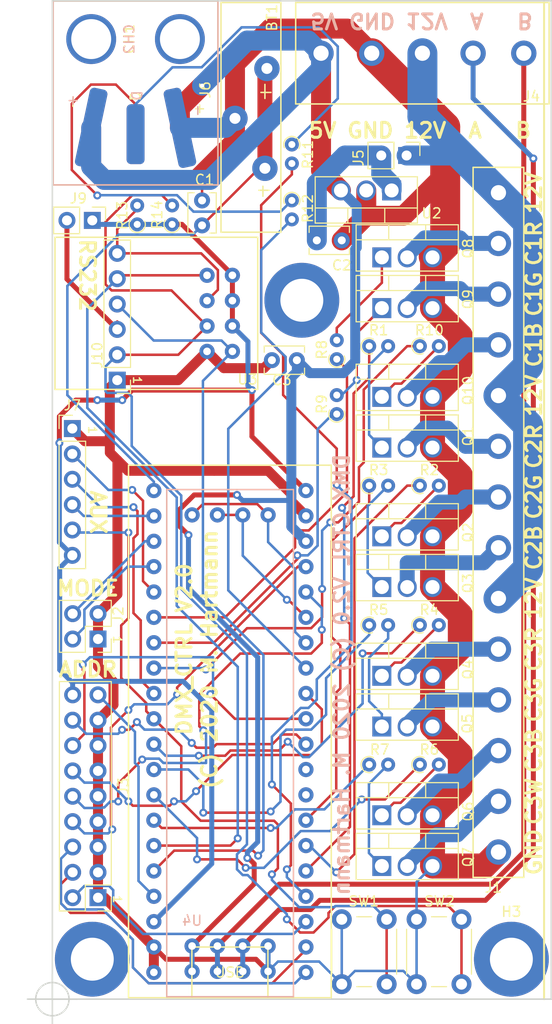
<source format=kicad_pcb>
(kicad_pcb (version 20200119) (host pcbnew "(5.99.0-1450-gc67d5d7f2)")
  (layers (0 "F.Cu" signal) (31 "B.Cu" signal) (34 "B.Paste" user hide) (35 "F.Paste" user hide) (36 "B.SilkS" user) (37 "F.SilkS" user) (38 "B.Mask" user) (39 "F.Mask" user) (44 "Edge.Cuts" user))
  (net 0 "")
  (net 1 "/VBAT_RTC")
  (net 2 "GND")
  (net 3 "Net-(C2-Pad2)")
  (net 4 "+5V")
  (net 5 "/LED_CH3_W")
  (net 6 "/LED_CH3_B")
  (net 7 "/LED_CH3_G")
  (net 8 "/LED_CH3_R")
  (net 9 "+12V")
  (net 10 "/LED_CH2_B")
  (net 11 "/LED_CH2_G")
  (net 12 "/LED_CH2_R")
  (net 13 "/LED_CH1_B")
  (net 14 "/LED_CH1_G")
  (net 15 "/LED_CH1_R")
  (net 16 "/MODE_1")
  (net 17 "/MODE_0")
  (net 18 "/ADDR_7")
  (net 19 "/ADDR_6")
  (net 20 "/ADDR_5")
  (net 21 "/ADDR_4")
  (net 22 "/ADDR_3")
  (net 23 "/ADDR_2")
  (net 24 "/ADDR_1")
  (net 25 "/ADDR_0")
  (net 26 "/RESET")
  (net 27 "+3V3")
  (net 28 "/A0")
  (net 29 "/A1")
  (net 30 "/LED")
  (net 31 "/BUTTON")
  (net 32 "Net-(J10-Pad3)")
  (net 33 "/RS23_TX")
  (net 34 "Net-(Q1-Pad1)")
  (net 35 "Net-(Q2-Pad1)")
  (net 36 "Net-(Q3-Pad1)")
  (net 37 "Net-(Q4-Pad1)")
  (net 38 "Net-(Q5-Pad1)")
  (net 39 "Net-(Q6-Pad1)")
  (net 40 "Net-(Q7-Pad1)")
  (net 41 "Net-(Q8-Pad1)")
  (net 42 "Net-(Q9-Pad1)")
  (net 43 "Net-(Q10-Pad1)")
  (net 44 "/PWM_CH2_R")
  (net 45 "/PWM_CH2_G")
  (net 46 "/PWM_CH2_B")
  (net 47 "/PWM_CH3_R")
  (net 48 "/PWM_CH3_G")
  (net 49 "/PWM_CH3_B")
  (net 50 "/PWM_CH3_W")
  (net 51 "/PWM_CH1_R")
  (net 52 "/PWM_CH1_G")
  (net 53 "/PWM_CH1_B")
  (net 54 "/WS2812_CH2")
  (net 55 "/WS2812_CH1")
  (net 56 "/RS232_RX")
  (net 57 "/RS485_RXTX")
  (net 58 "/RS485_DIR")
  (net 59 "/RS485_A")
  (net 60 "/RS485_B")
  (net 61 "Net-(J6-Pad2)")
  (net 62 "Net-(J6-Pad5)")
  (net 63 "Net-(J10-Pad6)")
  (net 64 "Net-(J10-Pad2)")
  (net 65 "Net-(U1-PadPA11)")
  (net 66 "Net-(U1-PadPA12)")
  (module "DMX_PART_LIB:ChinaBluePill" (layer "F.Cu") (at 105.41 99.06 180)
    (fp_text reference "U1" hide)
    (fp_text value "ChinaBluePill" hide)
    (fp_text user "USB" (at 7.62 -48.26 180) (layer "F.SilkS"))
    (pad "GND" thru_hole circle (at 15.24 -48.26 270) (size 1.524 1.524) (drill 0.762) (layers *.Cu *.Mask) (net 2 "GND"))
    (pad "PB10" thru_hole circle (at 15.24 -35.56 270) (size 1.524 1.524) (drill 0.762) (layers *.Cu *.Mask) (net 33 "/RS23_TX"))
    (pad "PA3" thru_hole circle (at 15.24 -17.78 270) (size 1.524 1.524) (drill 0.762) (layers *.Cu *.Mask) (net 53 "/PWM_CH1_B"))
    (pad "PC15" thru_hole circle (at 15.24 -7.62 270) (size 1.524 1.524) (drill 0.762) (layers *.Cu *.Mask) (net 16 "/MODE_1"))
    (pad "GND" thru_hole circle (at 15.24 -45.72 270) (size 1.524 1.524) (drill 0.762) (layers *.Cu *.Mask) (net 2 "GND"))
    (pad "PA5" thru_hole circle (at 15.24 -22.86 270) (size 1.524 1.524) (drill 0.762) (layers *.Cu *.Mask) (net 31 "/BUTTON"))
    (pad "NRST" thru_hole circle (at 15.24 -40.64 270) (size 1.524 1.524) (drill 0.762) (layers *.Cu *.Mask) (net 26 "/RESET"))
    (pad "PB11" thru_hole circle (at 15.24 -38.1 270) (size 1.524 1.524) (drill 0.762) (layers *.Cu *.Mask) (net 56 "/RS232_RX"))
    (pad "3V3" thru_hole circle (at 15.24 -43.18 270) (size 1.524 1.524) (drill 0.762) (layers *.Cu *.Mask) (net 27 "+3V3"))
    (pad "PA4" thru_hole circle (at 15.24 -20.32 270) (size 1.524 1.524) (drill 0.762) (layers *.Cu *.Mask) (net 29 "/A1"))
    (pad "PA6" thru_hole circle (at 15.24 -25.4 270) (size 1.524 1.524) (drill 0.762) (layers *.Cu *.Mask) (net 47 "/PWM_CH3_R"))
    (pad "PA1" thru_hole circle (at 15.24 -12.7 270) (size 1.524 1.524) (drill 0.762) (layers *.Cu *.Mask) (net 51 "/PWM_CH1_R"))
    (pad "PB1" thru_hole circle (at 15.24 -33.02 270) (size 1.524 1.524) (drill 0.762) (layers *.Cu *.Mask) (net 50 "/PWM_CH3_W"))
    (pad "PC14" thru_hole circle (at 15.24 -5.08 270) (size 1.524 1.524) (drill 0.762) (layers *.Cu *.Mask) (net 17 "/MODE_0"))
    (pad "PA0" thru_hole circle (at 15.24 -10.16 270) (size 1.524 1.524) (drill 0.762) (layers *.Cu *.Mask) (net 28 "/A0"))
    (pad "PA2" thru_hole circle (at 15.24 -15.24 270) (size 1.524 1.524) (drill 0.762) (layers *.Cu *.Mask) (net 52 "/PWM_CH1_G"))
    (pad "PC13" thru_hole circle (at 15.24 -2.54 270) (size 1.524 1.524) (drill 0.762) (layers *.Cu *.Mask) (net 30 "/LED"))
    (pad "PA7" thru_hole circle (at 15.24 -27.94 270) (size 1.524 1.524) (drill 0.762) (layers *.Cu *.Mask) (net 48 "/PWM_CH3_G"))
    (pad "VBAT" thru_hole circle (at 15.24 0 270) (size 1.524 1.524) (drill 0.762) (layers *.Cu *.Mask) (net 1 "/VBAT_RTC"))
    (pad "PB0" thru_hole circle (at 15.24 -30.48 270) (size 1.524 1.524) (drill 0.762) (layers *.Cu *.Mask) (net 49 "/PWM_CH3_B"))
    (pad "PB12" thru_hole circle (at 0 -48.26 270) (size 1.524 1.524) (drill 0.762) (layers *.Cu *.Mask) (net 20 "/ADDR_5"))
    (pad "PB13" thru_hole circle (at 0 -45.72 270) (size 1.524 1.524) (drill 0.762) (layers *.Cu *.Mask) (net 19 "/ADDR_6"))
    (pad "PB14" thru_hole circle (at 0 -43.18 270) (size 1.524 1.524) (drill 0.762) (layers *.Cu *.Mask) (net 18 "/ADDR_7"))
    (pad "PB15" thru_hole circle (at 0 -40.64 270) (size 1.524 1.524) (drill 0.762) (layers *.Cu *.Mask) (net 54 "/WS2812_CH2"))
    (pad "PA8" thru_hole circle (at 0 -38.1 270) (size 1.524 1.524) (drill 0.762) (layers *.Cu *.Mask) (net 44 "/PWM_CH2_R"))
    (pad "PA11" thru_hole circle (at 0 -30.48 270) (size 1.524 1.524) (drill 0.762) (layers *.Cu *.Mask) (net 65 "Net-(U1-PadPA11)"))
    (pad "PA9" thru_hole circle (at 0 -35.56 270) (size 1.524 1.524) (drill 0.762) (layers *.Cu *.Mask) (net 45 "/PWM_CH2_G"))
    (pad "PA10" thru_hole circle (at 0 -33.02 270) (size 1.524 1.524) (drill 0.762) (layers *.Cu *.Mask) (net 46 "/PWM_CH2_B"))
    (pad "PA12" thru_hole circle (at 0 -27.94 270) (size 1.524 1.524) (drill 0.762) (layers *.Cu *.Mask) (net 66 "Net-(U1-PadPA12)"))
    (pad "PA15" thru_hole circle (at 0 -25.4 270) (size 1.524 1.524) (drill 0.762) (layers *.Cu *.Mask) (net 25 "/ADDR_0"))
    (pad "PB3" thru_hole circle (at 0 -22.86 270) (size 1.524 1.524) (drill 0.762) (layers *.Cu *.Mask) (net 24 "/ADDR_1"))
    (pad "PB5" thru_hole circle (at 0 -17.78 270) (size 1.524 1.524) (drill 0.762) (layers *.Cu *.Mask) (net 55 "/WS2812_CH1"))
    (pad "PB4" thru_hole circle (at 0 -20.32 270) (size 1.524 1.524) (drill 0.762) (layers *.Cu *.Mask) (net 23 "/ADDR_2"))
    (pad "PB6" thru_hole circle (at 0 -15.24 270) (size 1.524 1.524) (drill 0.762) (layers *.Cu *.Mask) (net 57 "/RS485_RXTX"))
    (pad "PB7" thru_hole circle (at 0 -12.7 270) (size 1.524 1.524) (drill 0.762) (layers *.Cu *.Mask) (net 58 "/RS485_DIR"))
    (pad "5V" thru_hole circle (at 0 -5.08 270) (size 1.524 1.524) (drill 0.762) (layers *.Cu *.Mask) (net 4 "+5V"))
    (pad "PB8" thru_hole circle (at 0 -10.16 270) (size 1.524 1.524) (drill 0.762) (layers *.Cu *.Mask) (net 22 "/ADDR_3"))
    (pad "PB9" thru_hole circle (at 0 -7.62 270) (size 1.524 1.524) (drill 0.762) (layers *.Cu *.Mask) (net 21 "/ADDR_4"))
    (pad "GND" thru_hole circle (at 0 -2.54 270) (size 1.524 1.524) (drill 0.762) (layers *.Cu *.Mask) (net 2 "GND"))
    (pad "3V3" thru_hole circle (at 0 0 270) (size 1.524 1.524) (drill 0.762) (layers *.Cu *.Mask) (net 27 "+3V3"))
  )
  (module "Package_TO_SOT_THT:TO-220-3_Vertical" (layer "F.Cu") (at 114 69 180)
    (fp_text reference "U2" (at -4 -2.286) (layer "F.SilkS"))
    (fp_text value "uA7805")
    (pad "3" thru_hole oval (at 5.08 0 180) (size 1.905 2) (drill 1.4) (layers *.Cu *.Mask) (net 4 "+5V"))
    (pad "2" thru_hole oval (at 2.54 0 180) (size 1.905 2) (drill 1.4) (layers *.Cu *.Mask) (net 2 "GND"))
    (pad "1" thru_hole rect (at 0 0 180) (size 1.905 2) (drill 1.4) (layers *.Cu *.Mask) (net 3 "Net-(C2-Pad2)"))
  )
  (module "Package_TO_SOT_THT:TO-220-3_Vertical" (layer "F.Cu") (at 113.02 136.665)
    (fp_text reference "Q7" (at 8.636 -0.889 90) (layer "F.SilkS"))
    (fp_text value "IXTP3N50D2" hide)
    (pad "3" thru_hole oval (at 5.08 0) (size 1.905 2) (drill 1.4) (layers *.Cu *.Mask) (net 2 "GND"))
    (pad "2" thru_hole oval (at 2.54 0) (size 1.905 2) (drill 1.4) (layers *.Cu *.Mask) (net 5 "/LED_CH3_W"))
    (pad "1" thru_hole rect (at 0 0) (size 1.905 2) (drill 1.4) (layers *.Cu *.Mask) (net 40 "Net-(Q7-Pad1)"))
  )
  (module "Package_TO_SOT_THT:TO-220-3_Vertical" (layer "F.Cu") (at 113.02 131.585)
    (fp_text reference "Q6" (at 8.636 -0.381 90) (layer "F.SilkS"))
    (fp_text value "IXTP3N50D2" hide)
    (pad "3" thru_hole oval (at 5.08 0) (size 1.905 2) (drill 1.4) (layers *.Cu *.Mask) (net 2 "GND"))
    (pad "2" thru_hole oval (at 2.54 0) (size 1.905 2) (drill 1.4) (layers *.Cu *.Mask) (net 6 "/LED_CH3_B"))
    (pad "1" thru_hole rect (at 0 0) (size 1.905 2) (drill 1.4) (layers *.Cu *.Mask) (net 39 "Net-(Q6-Pad1)"))
  )
  (module "Package_TO_SOT_THT:TO-220-3_Vertical" (layer "F.Cu") (at 113.02 122.695)
    (fp_text reference "Q5" (at 8.58 -0.295 90) (layer "F.SilkS"))
    (fp_text value "IXTP3N50D2" hide)
    (pad "3" thru_hole oval (at 5.08 0) (size 1.905 2) (drill 1.4) (layers *.Cu *.Mask) (net 2 "GND"))
    (pad "2" thru_hole oval (at 2.54 0) (size 1.905 2) (drill 1.4) (layers *.Cu *.Mask) (net 7 "/LED_CH3_G"))
    (pad "1" thru_hole rect (at 0 0) (size 1.905 2) (drill 1.4) (layers *.Cu *.Mask) (net 38 "Net-(Q5-Pad1)"))
  )
  (module "Package_TO_SOT_THT:TO-220-3_Vertical" (layer "F.Cu") (at 113.02 117.615)
    (fp_text reference "Q4" (at 8.636 -0.635 90) (layer "F.SilkS"))
    (fp_text value "IXTP3N50D2" hide)
    (pad "3" thru_hole oval (at 5.08 0) (size 1.905 2) (drill 1.4) (layers *.Cu *.Mask) (net 2 "GND"))
    (pad "2" thru_hole oval (at 2.54 0) (size 1.905 2) (drill 1.4) (layers *.Cu *.Mask) (net 8 "/LED_CH3_R"))
    (pad "1" thru_hole rect (at 0 0) (size 1.905 2) (drill 1.4) (layers *.Cu *.Mask) (net 37 "Net-(Q4-Pad1)"))
  )
  (module "Package_TO_SOT_THT:TO-220-3_Vertical" (layer "F.Cu") (at 113.02 108.725)
    (fp_text reference "Q3" (at 8.636 -0.381 90) (layer "F.SilkS"))
    (fp_text value "IXTP3N50D2" hide)
    (pad "3" thru_hole oval (at 5.08 0) (size 1.905 2) (drill 1.4) (layers *.Cu *.Mask) (net 2 "GND"))
    (pad "2" thru_hole oval (at 2.54 0) (size 1.905 2) (drill 1.4) (layers *.Cu *.Mask) (net 10 "/LED_CH2_B"))
    (pad "1" thru_hole rect (at 0 0) (size 1.905 2) (drill 1.4) (layers *.Cu *.Mask) (net 36 "Net-(Q3-Pad1)"))
  )
  (module "Package_TO_SOT_THT:TO-220-3_Vertical" (layer "F.Cu") (at 113.02 103.645)
    (fp_text reference "Q2" (at 8.636 -0.381 90) (layer "F.SilkS"))
    (fp_text value "IXTP3N50D2" hide)
    (pad "3" thru_hole oval (at 5.08 0) (size 1.905 2) (drill 1.4) (layers *.Cu *.Mask) (net 2 "GND"))
    (pad "2" thru_hole oval (at 2.54 0) (size 1.905 2) (drill 1.4) (layers *.Cu *.Mask) (net 11 "/LED_CH2_G"))
    (pad "1" thru_hole rect (at 0 0) (size 1.905 2) (drill 1.4) (layers *.Cu *.Mask) (net 35 "Net-(Q2-Pad1)"))
  )
  (module "Package_TO_SOT_THT:TO-220-3_Vertical" (layer "F.Cu") (at 113.02 89.675)
    (fp_text reference "Q10" (at 8.636 -0.635 90) (layer "F.SilkS"))
    (fp_text value "IXTP3N50D2" hide)
    (pad "3" thru_hole oval (at 5.08 0) (size 1.905 2) (drill 1.4) (layers *.Cu *.Mask) (net 2 "GND"))
    (pad "2" thru_hole oval (at 2.54 0) (size 1.905 2) (drill 1.4) (layers *.Cu *.Mask) (net 13 "/LED_CH1_B"))
    (pad "1" thru_hole rect (at 0 0) (size 1.905 2) (drill 1.4) (layers *.Cu *.Mask) (net 43 "Net-(Q10-Pad1)"))
  )
  (module "Package_TO_SOT_THT:TO-220-3_Vertical" (layer "F.Cu") (at 113.02 94.755)
    (fp_text reference "Q1" (at 8.636 -1.143 90) (layer "F.SilkS"))
    (fp_text value "IXTP3N50D2" hide)
    (pad "3" thru_hole oval (at 5.08 0) (size 1.905 2) (drill 1.4) (layers *.Cu *.Mask) (net 2 "GND"))
    (pad "2" thru_hole oval (at 2.54 0) (size 1.905 2) (drill 1.4) (layers *.Cu *.Mask) (net 12 "/LED_CH2_R"))
    (pad "1" thru_hole rect (at 0 0) (size 1.905 2) (drill 1.4) (layers *.Cu *.Mask) (net 34 "Net-(Q1-Pad1)"))
  )
  (module "Package_TO_SOT_THT:TO-220-3_Vertical" (layer "F.Cu") (at 113.02 80.785)
    (fp_text reference "Q9" (at 8.636 -0.889 90) (layer "F.SilkS"))
    (fp_text value "IXTP3N50D2" hide)
    (pad "3" thru_hole oval (at 5.08 0) (size 1.905 2) (drill 1.4) (layers *.Cu *.Mask) (net 2 "GND"))
    (pad "2" thru_hole oval (at 2.54 0) (size 1.905 2) (drill 1.4) (layers *.Cu *.Mask) (net 14 "/LED_CH1_G"))
    (pad "1" thru_hole rect (at 0 0) (size 1.905 2) (drill 1.4) (layers *.Cu *.Mask) (net 42 "Net-(Q9-Pad1)"))
  )
  (module "Package_TO_SOT_THT:TO-220-3_Vertical" (layer "F.Cu") (at 113.02 75.705)
    (fp_text reference "Q8" (at 8.636 -0.889 90) (layer "F.SilkS"))
    (fp_text value "IXTP3N50D2" hide)
    (pad "3" thru_hole oval (at 5.08 0) (size 1.905 2) (drill 1.4) (layers *.Cu *.Mask) (net 2 "GND"))
    (pad "2" thru_hole oval (at 2.54 0) (size 1.905 2) (drill 1.4) (layers *.Cu *.Mask) (net 15 "/LED_CH1_R"))
    (pad "1" thru_hole rect (at 0 0) (size 1.905 2) (drill 1.4) (layers *.Cu *.Mask) (net 41 "Net-(Q8-Pad1)"))
  )
  (module "DMX_PART_LIB:RS485_Transeiver" (layer "B.Cu") (at 94 101.5)
    (fp_text reference "U4" (at 0 40.64 180) (layer "B.SilkS") (effects (justify mirror)))
    (fp_text value "RS485_Transeiver")
    (pad "5" thru_hole circle (at 7.62 45.72) (size 1.524 1.524) (drill 0.762) (layers *.Cu *.Mask) (net 2 "GND"))
    (pad "6" thru_hole circle (at 5.08 45.72) (size 1.524 1.524) (drill 0.762) (layers *.Cu *.Mask) (net 59 "/RS485_A"))
    (pad "7" thru_hole circle (at 2.54 45.72) (size 1.524 1.524) (drill 0.762) (layers *.Cu *.Mask) (net 60 "/RS485_B"))
    (pad "8" thru_hole circle (at 0 45.72) (size 1.524 1.524) (drill 0.762) (layers *.Cu *.Mask) (net 4 "+5V"))
    (pad "8" thru_hole circle (at 0 43.18) (size 1.524 1.524) (drill 0.762) (layers *.Cu *.Mask) (net 4 "+5V"))
    (pad "7" thru_hole circle (at 2.54 43.18) (size 1.524 1.524) (drill 0.762) (layers *.Cu *.Mask) (net 60 "/RS485_B"))
    (pad "6" thru_hole circle (at 5.08 43.18) (size 1.524 1.524) (drill 0.762) (layers *.Cu *.Mask) (net 59 "/RS485_A"))
    (pad "5" thru_hole circle (at 7.62 43.18) (size 1.524 1.524) (drill 0.762) (layers *.Cu *.Mask) (net 2 "GND"))
    (pad "4" thru_hole circle (at 7.62 0) (size 1.524 1.524) (drill 0.762) (layers *.Cu *.Mask) (net 57 "/RS485_RXTX"))
    (pad "3" thru_hole circle (at 5.08 0) (size 1.524 1.524) (drill 0.762) (layers *.Cu *.Mask) (net 58 "/RS485_DIR"))
    (pad "2" thru_hole circle (at 2.54 0) (size 1.524 1.524) (drill 0.762) (layers *.Cu *.Mask) (net 58 "/RS485_DIR"))
    (pad "1" thru_hole circle (at 0 0) (size 1.524 1.524) (drill 0.762) (layers *.Cu *.Mask) (net 57 "/RS485_RXTX"))
  )
  (module "DMX_PART_LIB:WS2812_Dual_SMD" (layer "F.Cu") (at 75 64 90)
    (fp_text reference "J6" (at 5.08 20.32 90) (layer "F.SilkS"))
    (fp_text value "WS2812_Conn" hide)
    (fp_text user "CH1" (at 10.16 12.7 90) (layer "F.SilkS"))
    (fp_text user "CH2" (at 10.16 12.7 90) (layer "B.SilkS") (effects (justify mirror)))
    (fp_text user "-" (at 3 19.5 90) (layer "B.SilkS") (effects (justify mirror)))
    (fp_text user "D" (at 4.5 13.5 90) (layer "B.SilkS") (effects (justify mirror)))
    (fp_text user "+" (at 4 7 90) (layer "B.SilkS") (effects (justify mirror)))
    (fp_text user "D" (at 4.445 13.335 90) (layer "F.SilkS"))
    (fp_text user "+" (at 3.175 19.685 90) (layer "F.SilkS"))
    (fp_text user "-" (at 3.81 6.985 90) (layer "F.SilkS"))
    (pad "" thru_hole circle (at 10.16 17.78 90) (size 5 5) (drill 4) (layers *.Cu *.Mask))
    (pad "" thru_hole circle (at 10.16 8.89 90) (size 5 5) (drill 4) (layers *.Cu *.Mask))
    (pad "6" smd roundrect (at 1.27 8.89 78) (size 8 1.8) (layers "B.Cu" "B.Paste" "B.Mask") (net 4 "+5V"))
    (pad "5" smd roundrect (at 0.635 13.335 90) (size 6 1.8) (layers "B.Cu" "B.Paste" "B.Mask") (net 62 "Net-(J6-Pad5)"))
    (pad "4" smd roundrect (at 1.27 17.78 102) (size 8 1.8) (layers "B.Cu" "B.Paste" "B.Mask") (net 2 "GND"))
    (pad "3" smd roundrect (at 1.27 17.78 102) (size 8 1.8) (layers "F.Cu" "F.Paste" "F.Mask") (net 4 "+5V"))
    (pad "2" smd roundrect (at 0.635 13.335 90) (size 6 1.8) (layers "F.Cu" "F.Paste" "F.Mask") (net 61 "Net-(J6-Pad2)"))
    (pad "1" smd roundrect (at 1.27 8.89 78) (size 8 1.8) (layers "F.Cu" "F.Paste" "F.Mask") (net 2 "GND"))
  )
  (module "Button_Switch_THT:SW_PUSH_6mm_H8mm" (layer "F.Cu") (at 121 142 -90)
    (fp_text reference "SW2" (at -1.8 2.2 180) (layer "F.SilkS"))
    (fp_text value "SW_Push")
    (pad "1" thru_hole circle (at 6.5 0) (size 2 2) (drill 1.1) (layers *.Cu *.Mask) (net 64 "Net-(J10-Pad2)"))
    (pad "2" thru_hole circle (at 6.5 4.5) (size 2 2) (drill 1.1) (layers *.Cu *.Mask) (net 2 "GND"))
    (pad "1" thru_hole circle (at 0 0) (size 2 2) (drill 1.1) (layers *.Cu *.Mask) (net 64 "Net-(J10-Pad2)"))
    (pad "2" thru_hole circle (at 0 4.5) (size 2 2) (drill 1.1) (layers *.Cu *.Mask) (net 2 "GND"))
  )
  (module "Resistor_THT:R_Axial_DIN0204_L3.6mm_D1.6mm_P1.90mm_Vertical" (layer "F.Cu") (at 92 72.4 90)
    (fp_text reference "R14" (at 0.95 -1.5 90) (layer "F.SilkS"))
    (fp_text value "1K")
    (pad "2" thru_hole oval (at 1.9 0 90) (size 1.4 1.4) (drill 0.7) (layers *.Cu *.Mask) (net 64 "Net-(J10-Pad2)"))
    (pad "1" thru_hole circle (at 0 0 90) (size 1.4 1.4) (drill 0.7) (layers *.Cu *.Mask) (net 27 "+3V3"))
  )
  (module "Resistor_THT:R_Axial_DIN0204_L3.6mm_D1.6mm_P1.90mm_Vertical" (layer "F.Cu") (at 88.5 72.4 90)
    (fp_text reference "R13" (at 0.9 -1.5 90) (layer "F.SilkS"))
    (fp_text value "1K")
    (pad "2" thru_hole oval (at 1.9 0 90) (size 1.4 1.4) (drill 0.7) (layers *.Cu *.Mask) (net 63 "Net-(J10-Pad6)"))
    (pad "1" thru_hole circle (at 0 0 90) (size 1.4 1.4) (drill 0.7) (layers *.Cu *.Mask) (net 27 "+3V3"))
  )
  (module "MountingHole:MountingHole_4.3mm_M4_DIN965_Pad" (layer "F.Cu") (at 126 146)
    (fp_text reference "H3" (at 0 -4.75) (layer "F.SilkS"))
    (fp_text value "MountingHole")
    (pad "1" thru_hole circle (at 0 0) (size 7.5 7.5) (drill 4.3) (layers *.Cu *.Mask))
  )
  (module "DMX_PART_LIB:ESP-01" (layer "F.Cu") (at 95.5 77.5 90)
    (fp_text reference "U3" (at -10.427 4.054 180) (layer "F.SilkS"))
    (fp_text value "ESP-01")
    (pad "8" thru_hole circle (at 0 2.54 90) (size 1.524 1.524) (drill 0.762) (layers *.Cu *.Mask) (net 27 "+3V3"))
    (pad "7" thru_hole circle (at -2.54 2.54 90) (size 1.524 1.524) (drill 0.762) (layers *.Cu *.Mask) (net 27 "+3V3"))
    (pad "6" thru_hole circle (at -5.08 2.54 90) (size 1.524 1.524) (drill 0.762) (layers *.Cu *.Mask) (net 27 "+3V3"))
    (pad "5" thru_hole circle (at -7.62 2.54 90) (size 1.524 1.524) (drill 0.762) (layers *.Cu *.Mask) (net 56 "/RS232_RX"))
    (pad "4" thru_hole circle (at -7.62 0 90) (size 1.524 1.524) (drill 0.762) (layers *.Cu *.Mask) (net 2 "GND"))
    (pad "3" thru_hole circle (at -5.08 0 90) (size 1.524 1.524) (drill 0.762) (layers *.Cu *.Mask) (net 64 "Net-(J10-Pad2)"))
    (pad "2" thru_hole circle (at -2.54 0 90) (size 1.524 1.524) (drill 0.762) (layers *.Cu *.Mask) (net 63 "Net-(J10-Pad6)"))
    (pad "1" thru_hole circle (at 0 0 90) (size 1.524 1.524) (drill 0.762) (layers *.Cu *.Mask) (net 33 "/RS23_TX"))
  )
  (module "Resistor_THT:R_Axial_DIN0204_L3.6mm_D1.6mm_P1.90mm_Vertical" (layer "F.Cu") (at 104 64.4 -90)
    (fp_text reference "R11" (at 1 -1.6 -90) (layer "F.SilkS"))
    (fp_text value "330")
    (pad "1" thru_hole circle (at 0 0 270) (size 1.4 1.4) (drill 0.7) (layers *.Cu *.Mask) (net 62 "Net-(J6-Pad5)"))
    (pad "2" thru_hole oval (at 1.9 0 270) (size 1.4 1.4) (drill 0.7) (layers *.Cu *.Mask) (net 54 "/WS2812_CH2"))
  )
  (module "DMX_PART_LIB:Vertical_3032_Coin_Batter_Holder" (layer "F.Cu") (at 101.5 56.782 180)
    (fp_text reference "BT1" (at -0.508 5.08 -90) (layer "F.SilkS"))
    (fp_text value "Battery_Cell" hide)
    (pad "1" thru_hole circle (at 0 0 180) (size 2.54 2.54) (drill 1.1) (layers *.Cu *.Mask) (net 1 "/VBAT_RTC"))
    (pad "1" thru_hole circle (at 0.2 -10 180) (size 2.54 2.54) (drill 1.1) (layers *.Cu *.Mask) (net 1 "/VBAT_RTC"))
    (pad "2" thru_hole circle (at 3.2 -5 180) (size 2.54 2.54) (drill 1.1) (layers *.Cu *.Mask) (net 2 "GND"))
  )
  (module "Capacitor_THT:C_Disc_D3.8mm_W2.6mm_P2.50mm" (layer "F.Cu") (at 95 72.5 90)
    (fp_text reference "C1" (at 4.572 0.254 180) (layer "F.SilkS"))
    (fp_text value "100nF")
    (pad "1" thru_hole circle (at 0 0 90) (size 1.6 1.6) (drill 0.8) (layers *.Cu *.Mask) (net 1 "/VBAT_RTC"))
    (pad "2" thru_hole circle (at 2.5 0 90) (size 1.6 1.6) (drill 0.8) (layers *.Cu *.Mask) (net 2 "GND"))
  )
  (module "Capacitor_THT:C_Disc_D3.8mm_W2.6mm_P2.50mm" (layer "F.Cu") (at 109 74 180)
    (fp_text reference "C2" (at 0 -2.5) (layer "F.SilkS"))
    (fp_text value "0.22uF")
    (pad "2" thru_hole circle (at 2.5 0 180) (size 1.6 1.6) (drill 0.8) (layers *.Cu *.Mask) (net 3 "Net-(C2-Pad2)"))
    (pad "1" thru_hole circle (at 0 0 180) (size 1.6 1.6) (drill 0.8) (layers *.Cu *.Mask) (net 2 "GND"))
  )
  (module "Capacitor_THT:C_Disc_D3.8mm_W2.6mm_P2.50mm" (layer "F.Cu") (at 104.5 86 180)
    (fp_text reference "C3" (at 1.5 -2) (layer "F.SilkS"))
    (fp_text value "0.1uF")
    (pad "1" thru_hole circle (at 0 0 180) (size 1.6 1.6) (drill 0.8) (layers *.Cu *.Mask) (net 4 "+5V"))
    (pad "2" thru_hole circle (at 2.5 0 180) (size 1.6 1.6) (drill 0.8) (layers *.Cu *.Mask) (net 2 "GND"))
  )
  (module "MountingHole:MountingHole_4.3mm_M4_DIN965_Pad" (layer "F.Cu") (at 84 146)
    (fp_text reference "H1" hide)
    (fp_text value "MountingHole" hide)
    (pad "1" thru_hole circle (at 0 0) (size 7.5 7.5) (drill 4.3) (layers *.Cu *.Mask))
  )
  (module "MountingHole:MountingHole_4.3mm_M4_DIN965_Pad" (layer "F.Cu") (at 105 80)
    (fp_text reference "H2" hide)
    (fp_text value "MountingHole" hide)
    (pad "1" thru_hole circle (at 0 0) (size 7.5 7.5) (drill 4.3) (layers *.Cu *.Mask))
  )
  (module "Connector_PinHeader_2.54mm:PinHeader_2x02_P2.54mm_Vertical" (layer "F.Cu") (at 84.572 113.932 180)
    (fp_text reference "J2" (at -2.032 2.432 90) (layer "F.SilkS"))
    (fp_text value "MODE")
    (pad "1" thru_hole rect (at 0 0 180) (size 1.7 1.7) (drill 1) (layers *.Cu *.Mask) (net 2 "GND"))
    (pad "2" thru_hole oval (at 2.54 0 180) (size 1.7 1.7) (drill 1) (layers *.Cu *.Mask) (net 16 "/MODE_1"))
    (pad "3" thru_hole oval (at 0 2.54 180) (size 1.7 1.7) (drill 1) (layers *.Cu *.Mask) (net 2 "GND"))
    (pad "4" thru_hole oval (at 2.54 2.54 180) (size 1.7 1.7) (drill 1) (layers *.Cu *.Mask) (net 17 "/MODE_0"))
  )
  (module "Connector_PinHeader_2.54mm:PinHeader_2x09_P2.54mm_Vertical" (layer "F.Cu") (at 84.572 139.84 180)
    (fp_text reference "J3" (at -2.54 11.176 270) (layer "F.SilkS"))
    (fp_text value "ADDR")
    (pad "1" thru_hole rect (at 0 0 180) (size 1.7 1.7) (drill 1) (layers *.Cu *.Mask) (net 2 "GND"))
    (pad "2" thru_hole oval (at 2.54 0 180) (size 1.7 1.7) (drill 1) (layers *.Cu *.Mask) (net 18 "/ADDR_7"))
    (pad "3" thru_hole oval (at 0 2.54 180) (size 1.7 1.7) (drill 1) (layers *.Cu *.Mask) (net 2 "GND"))
    (pad "4" thru_hole oval (at 2.54 2.54 180) (size 1.7 1.7) (drill 1) (layers *.Cu *.Mask) (net 19 "/ADDR_6"))
    (pad "5" thru_hole oval (at 0 5.08 180) (size 1.7 1.7) (drill 1) (layers *.Cu *.Mask) (net 2 "GND"))
    (pad "6" thru_hole oval (at 2.54 5.08 180) (size 1.7 1.7) (drill 1) (layers *.Cu *.Mask) (net 20 "/ADDR_5"))
    (pad "7" thru_hole oval (at 0 7.62 180) (size 1.7 1.7) (drill 1) (layers *.Cu *.Mask) (net 2 "GND"))
    (pad "8" thru_hole oval (at 2.54 7.62 180) (size 1.7 1.7) (drill 1) (layers *.Cu *.Mask) (net 21 "/ADDR_4"))
    (pad "9" thru_hole oval (at 0 10.16 180) (size 1.7 1.7) (drill 1) (layers *.Cu *.Mask) (net 2 "GND"))
    (pad "10" thru_hole oval (at 2.54 10.16 180) (size 1.7 1.7) (drill 1) (layers *.Cu *.Mask) (net 22 "/ADDR_3"))
    (pad "11" thru_hole oval (at 0 12.7 180) (size 1.7 1.7) (drill 1) (layers *.Cu *.Mask) (net 2 "GND"))
    (pad "12" thru_hole oval (at 2.54 12.7 180) (size 1.7 1.7) (drill 1) (layers *.Cu *.Mask) (net 23 "/ADDR_2"))
    (pad "13" thru_hole oval (at 0 15.24 180) (size 1.7 1.7) (drill 1) (layers *.Cu *.Mask) (net 2 "GND"))
    (pad "14" thru_hole oval (at 2.54 15.24 180) (size 1.7 1.7) (drill 1) (layers *.Cu *.Mask) (net 24 "/ADDR_1"))
    (pad "15" thru_hole oval (at 0 17.78 180) (size 1.7 1.7) (drill 1) (layers *.Cu *.Mask) (net 2 "GND"))
    (pad "16" thru_hole oval (at 2.54 17.78 180) (size 1.7 1.7) (drill 1) (layers *.Cu *.Mask) (net 25 "/ADDR_0"))
    (pad "17" thru_hole oval (at 0 20.32 180) (size 1.7 1.7) (drill 1) (layers *.Cu *.Mask) (net 26 "/RESET"))
    (pad "18" thru_hole oval (at 2.54 20.32 180) (size 1.7 1.7) (drill 1) (layers *.Cu *.Mask) (net 27 "+3V3"))
  )
  (module "Connector_PinHeader_2.54mm:PinHeader_1x02_P2.54mm_Vertical" (layer "F.Cu") (at 115.5 65.5 -90)
    (fp_text reference "J5" (at 0.254 4.826 90) (layer "F.SilkS"))
    (fp_text value "12V Link")
    (pad "2" thru_hole oval (at 0 2.54 270) (size 1.7 1.7) (drill 1) (layers *.Cu *.Mask) (net 3 "Net-(C2-Pad2)"))
    (pad "1" thru_hole rect (at 0 0 270) (size 1.7 1.7) (drill 1) (layers *.Cu *.Mask) (net 9 "+12V"))
  )
  (module "Connector_PinHeader_2.54mm:PinHeader_1x06_P2.54mm_Vertical" (layer "F.Cu") (at 82 92.85)
    (fp_text reference "J7" (at 0 -2.33) (layer "F.SilkS"))
    (fp_text value "AUX")
    (pad "1" thru_hole rect (at 0 0) (size 1.7 1.7) (drill 1) (layers *.Cu *.Mask) (net 2 "GND"))
    (pad "2" thru_hole oval (at 0 2.54) (size 1.7 1.7) (drill 1) (layers *.Cu *.Mask) (net 28 "/A0"))
    (pad "3" thru_hole oval (at 0 5.08) (size 1.7 1.7) (drill 1) (layers *.Cu *.Mask) (net 29 "/A1"))
    (pad "4" thru_hole oval (at 0 7.62) (size 1.7 1.7) (drill 1) (layers *.Cu *.Mask) (net 30 "/LED"))
    (pad "5" thru_hole oval (at 0 10.16) (size 1.7 1.7) (drill 1) (layers *.Cu *.Mask) (net 31 "/BUTTON"))
    (pad "6" thru_hole oval (at 0 12.7) (size 1.7 1.7) (drill 1) (layers *.Cu *.Mask) (net 27 "+3V3"))
  )
  (module "Connector_PinHeader_2.54mm:PinHeader_1x02_P2.54mm_Vertical" (layer "F.Cu") (at 84 72 -90)
    (fp_text reference "J9" (at -2.2 1.4) (layer "F.SilkS"))
    (fp_text value "3V3 UART")
    (pad "1" thru_hole rect (at 0 0 270) (size 1.7 1.7) (drill 1) (layers *.Cu *.Mask) (net 27 "+3V3"))
    (pad "2" thru_hole oval (at 0 2.54 270) (size 1.7 1.7) (drill 1) (layers *.Cu *.Mask) (net 32 "Net-(J10-Pad3)"))
  )
  (module "Connector_PinHeader_2.54mm:PinHeader_1x06_P2.54mm_Vertical" (layer "F.Cu") (at 86.5 88 180)
    (fp_text reference "J10" (at 2 2.5 90) (layer "F.SilkS"))
    (fp_text value "TTL_UART" hide)
    (pad "6" thru_hole oval (at 0 12.7 180) (size 1.7 1.7) (drill 1) (layers *.Cu *.Mask) (net 63 "Net-(J10-Pad6)"))
    (pad "5" thru_hole oval (at 0 10.16 180) (size 1.7 1.7) (drill 1) (layers *.Cu *.Mask) (net 33 "/RS23_TX"))
    (pad "4" thru_hole oval (at 0 7.62 180) (size 1.7 1.7) (drill 1) (layers *.Cu *.Mask) (net 56 "/RS232_RX"))
    (pad "3" thru_hole oval (at 0 5.08 180) (size 1.7 1.7) (drill 1) (layers *.Cu *.Mask) (net 32 "Net-(J10-Pad3)"))
    (pad "2" thru_hole oval (at 0 2.54 180) (size 1.7 1.7) (drill 1) (layers *.Cu *.Mask) (net 64 "Net-(J10-Pad2)"))
    (pad "1" thru_hole rect (at 0 0 180) (size 1.7 1.7) (drill 1) (layers *.Cu *.Mask) (net 2 "GND"))
  )
  (module "Resistor_THT:R_Axial_DIN0204_L3.6mm_D1.6mm_P1.90mm_Vertical" (layer "F.Cu") (at 111.75 84.595)
    (fp_text reference "R1" (at 0.95 -1.595) (layer "F.SilkS"))
    (fp_text value "1K")
    (pad "1" thru_hole circle (at 0 0) (size 1.4 1.4) (drill 0.7) (layers *.Cu *.Mask) (net 44 "/PWM_CH2_R"))
    (pad "2" thru_hole oval (at 1.9 0) (size 1.4 1.4) (drill 0.7) (layers *.Cu *.Mask) (net 34 "Net-(Q1-Pad1)"))
  )
  (module "Resistor_THT:R_Axial_DIN0204_L3.6mm_D1.6mm_P1.90mm_Vertical" (layer "F.Cu") (at 116.83 98.565)
    (fp_text reference "R2" (at 0.95 -1.565) (layer "F.SilkS"))
    (fp_text value "1K")
    (pad "2" thru_hole oval (at 1.9 0) (size 1.4 1.4) (drill 0.7) (layers *.Cu *.Mask) (net 35 "Net-(Q2-Pad1)"))
    (pad "1" thru_hole circle (at 0 0) (size 1.4 1.4) (drill 0.7) (layers *.Cu *.Mask) (net 45 "/PWM_CH2_G"))
  )
  (module "Resistor_THT:R_Axial_DIN0204_L3.6mm_D1.6mm_P1.90mm_Vertical" (layer "F.Cu") (at 111.75 98.565)
    (fp_text reference "R3" (at 0.95 -1.565) (layer "F.SilkS"))
    (fp_text value "1K")
    (pad "1" thru_hole circle (at 0 0) (size 1.4 1.4) (drill 0.7) (layers *.Cu *.Mask) (net 46 "/PWM_CH2_B"))
    (pad "2" thru_hole oval (at 1.9 0) (size 1.4 1.4) (drill 0.7) (layers *.Cu *.Mask) (net 36 "Net-(Q3-Pad1)"))
  )
  (module "Resistor_THT:R_Axial_DIN0204_L3.6mm_D1.6mm_P1.90mm_Vertical" (layer "F.Cu") (at 116.83 112.535)
    (fp_text reference "R4" (at 0.95 -1.535) (layer "F.SilkS"))
    (fp_text value "1K")
    (pad "2" thru_hole oval (at 1.9 0) (size 1.4 1.4) (drill 0.7) (layers *.Cu *.Mask) (net 37 "Net-(Q4-Pad1)"))
    (pad "1" thru_hole circle (at 0 0) (size 1.4 1.4) (drill 0.7) (layers *.Cu *.Mask) (net 47 "/PWM_CH3_R"))
  )
  (module "Resistor_THT:R_Axial_DIN0204_L3.6mm_D1.6mm_P1.90mm_Vertical" (layer "F.Cu") (at 111.75 112.535)
    (fp_text reference "R5" (at 0.95 -1.535) (layer "F.SilkS"))
    (fp_text value "1K")
    (pad "1" thru_hole circle (at 0 0) (size 1.4 1.4) (drill 0.7) (layers *.Cu *.Mask) (net 48 "/PWM_CH3_G"))
    (pad "2" thru_hole oval (at 1.9 0) (size 1.4 1.4) (drill 0.7) (layers *.Cu *.Mask) (net 38 "Net-(Q5-Pad1)"))
  )
  (module "Resistor_THT:R_Axial_DIN0204_L3.6mm_D1.6mm_P1.90mm_Vertical" (layer "F.Cu") (at 116.83 126.505)
    (fp_text reference "R6" (at 0.95 -1.505) (layer "F.SilkS"))
    (fp_text value "1K")
    (pad "2" thru_hole oval (at 1.9 0) (size 1.4 1.4) (drill 0.7) (layers *.Cu *.Mask) (net 39 "Net-(Q6-Pad1)"))
    (pad "1" thru_hole circle (at 0 0) (size 1.4 1.4) (drill 0.7) (layers *.Cu *.Mask) (net 49 "/PWM_CH3_B"))
  )
  (module "Resistor_THT:R_Axial_DIN0204_L3.6mm_D1.6mm_P1.90mm_Vertical" (layer "F.Cu") (at 111.75 126.505)
    (fp_text reference "R7" (at 1.05 -1.505) (layer "F.SilkS"))
    (fp_text value "1K")
    (pad "2" thru_hole oval (at 1.9 0) (size 1.4 1.4) (drill 0.7) (layers *.Cu *.Mask) (net 40 "Net-(Q7-Pad1)"))
    (pad "1" thru_hole circle (at 0 0) (size 1.4 1.4) (drill 0.7) (layers *.Cu *.Mask) (net 50 "/PWM_CH3_W"))
  )
  (module "Resistor_THT:R_Axial_DIN0204_L3.6mm_D1.6mm_P1.90mm_Vertical" (layer "F.Cu") (at 108.5 85.9 90)
    (fp_text reference "R8" (at 0.95 -1.5 90) (layer "F.SilkS"))
    (fp_text value "1K")
    (pad "1" thru_hole circle (at 0 0 90) (size 1.4 1.4) (drill 0.7) (layers *.Cu *.Mask) (net 51 "/PWM_CH1_R"))
    (pad "2" thru_hole oval (at 1.9 0 90) (size 1.4 1.4) (drill 0.7) (layers *.Cu *.Mask) (net 41 "Net-(Q8-Pad1)"))
  )
  (module "Resistor_THT:R_Axial_DIN0204_L3.6mm_D1.6mm_P1.90mm_Vertical" (layer "F.Cu") (at 108.5 91.4 90)
    (fp_text reference "R9" (at 1 -1.5 90) (layer "F.SilkS"))
    (fp_text value "1K")
    (pad "1" thru_hole circle (at 0 0 90) (size 1.4 1.4) (drill 0.7) (layers *.Cu *.Mask) (net 52 "/PWM_CH1_G"))
    (pad "2" thru_hole oval (at 1.9 0 90) (size 1.4 1.4) (drill 0.7) (layers *.Cu *.Mask) (net 42 "Net-(Q9-Pad1)"))
  )
  (module "Resistor_THT:R_Axial_DIN0204_L3.6mm_D1.6mm_P1.90mm_Vertical" (layer "F.Cu") (at 116.83 84.595)
    (fp_text reference "R10" (at 0.95 -1.595) (layer "F.SilkS"))
    (fp_text value "1K")
    (pad "2" thru_hole oval (at 1.9 0) (size 1.4 1.4) (drill 0.7) (layers *.Cu *.Mask) (net 43 "Net-(Q10-Pad1)"))
    (pad "1" thru_hole circle (at 0 0) (size 1.4 1.4) (drill 0.7) (layers *.Cu *.Mask) (net 53 "/PWM_CH1_B"))
  )
  (module "Resistor_THT:R_Axial_DIN0204_L3.6mm_D1.6mm_P1.90mm_Vertical" (layer "F.Cu") (at 104 70 -90)
    (fp_text reference "R12" (at 0.8 -1.6 -90) (layer "F.SilkS"))
    (fp_text value "330")
    (pad "2" thru_hole oval (at 1.9 0 270) (size 1.4 1.4) (drill 0.7) (layers *.Cu *.Mask) (net 55 "/WS2812_CH1"))
    (pad "1" thru_hole circle (at 0 0 270) (size 1.4 1.4) (drill 0.7) (layers *.Cu *.Mask) (net 61 "Net-(J6-Pad2)"))
  )
  (module "Button_Switch_THT:SW_PUSH_6mm_H8mm" (layer "F.Cu") (at 109 148.5 90)
    (fp_text reference "SW1" (at 8.3 2.2 180) (layer "F.SilkS"))
    (fp_text value "SW_Push" hide)
    (pad "2" thru_hole circle (at 0 4.5 180) (size 2 2) (drill 1.1) (layers *.Cu *.Mask) (net 31 "/BUTTON"))
    (pad "1" thru_hole circle (at 0 0 180) (size 2 2) (drill 1.1) (layers *.Cu *.Mask) (net 2 "GND"))
    (pad "2" thru_hole circle (at 6.5 4.5 180) (size 2 2) (drill 1.1) (layers *.Cu *.Mask) (net 31 "/BUTTON"))
    (pad "1" thru_hole circle (at 6.5 0 180) (size 2 2) (drill 1.1) (layers *.Cu *.Mask) (net 2 "GND"))
  )
  (module "DMX_PART_LIB:LED_CONN_x14_5.08" (layer "F.Cu") (at 124.704 135.268)
    (fp_text reference "J1" (at -0.508 3.556) (layer "F.SilkS"))
    (fp_text value "LED_CONN")
    (pad "1" thru_hole circle (at 0 0) (size 2.54 2.54) (drill 1.524) (layers *.Cu *.Mask) (net 2 "GND"))
    (pad "2" thru_hole circle (at 0 -5.08) (size 2.54 2.54) (drill 1.524) (layers *.Cu *.Mask) (net 5 "/LED_CH3_W"))
    (pad "3" thru_hole circle (at 0 -10.16) (size 2.54 2.54) (drill 1.524) (layers *.Cu *.Mask) (net 6 "/LED_CH3_B"))
    (pad "4" thru_hole circle (at 0 -15.24) (size 2.54 2.54) (drill 1.524) (layers *.Cu *.Mask) (net 7 "/LED_CH3_G"))
    (pad "5" thru_hole circle (at 0 -20.32) (size 2.54 2.54) (drill 1.524) (layers *.Cu *.Mask) (net 8 "/LED_CH3_R"))
    (pad "6" thru_hole circle (at 0 -25.4) (size 2.54 2.54) (drill 1.524) (layers *.Cu *.Mask) (net 9 "+12V"))
    (pad "7" thru_hole circle (at 0 -30.48) (size 2.54 2.54) (drill 1.524) (layers *.Cu *.Mask) (net 10 "/LED_CH2_B"))
    (pad "8" thru_hole circle (at 0 -35.56) (size 2.54 2.54) (drill 1.524) (layers *.Cu *.Mask) (net 11 "/LED_CH2_G"))
    (pad "9" thru_hole circle (at 0 -40.64) (size 2.54 2.54) (drill 1.524) (layers *.Cu *.Mask) (net 12 "/LED_CH2_R"))
    (pad "10" thru_hole circle (at 0 -45.72) (size 2.54 2.54) (drill 1.524) (layers *.Cu *.Mask) (net 9 "+12V"))
    (pad "11" thru_hole circle (at 0 -50.8) (size 2.54 2.54) (drill 1.524) (layers *.Cu *.Mask) (net 13 "/LED_CH1_B"))
    (pad "12" thru_hole circle (at 0 -55.88) (size 2.54 2.54) (drill 1.524) (layers *.Cu *.Mask) (net 14 "/LED_CH1_G"))
    (pad "13" thru_hole circle (at 0 -60.96) (size 2.54 2.54) (drill 1.524) (layers *.Cu *.Mask) (net 15 "/LED_CH1_R"))
    (pad "14" thru_hole circle (at 0 -66.04) (size 2.54 2.54) (drill 1.524) (layers *.Cu *.Mask) (net 9 "+12V"))
  )
  (module "DMX_PART_LIB:PWR_CONN_x5_5.08" (layer "F.Cu") (at 104.384 55.258 90)
    (fp_text reference "J4" (at -4.318 23.622 180) (layer "F.SilkS"))
    (fp_text value "PWR")
    (pad "1" thru_hole circle (at 0 2.54 90) (size 2.54 2.54) (drill 1.524) (layers *.Cu *.Mask) (net 4 "+5V"))
    (pad "2" thru_hole circle (at 0 7.62 90) (size 2.54 2.54) (drill 1.524) (layers *.Cu *.Mask) (net 2 "GND"))
    (pad "3" thru_hole circle (at 0 12.7 90) (size 2.54 2.54) (drill 1.524) (layers *.Cu *.Mask) (net 9 "+12V"))
    (pad "4" thru_hole circle (at 0 17.78 90) (size 2.54 2.54) (drill 1.524) (layers *.Cu *.Mask) (net 59 "/RS485_A"))
    (pad "5" thru_hole circle (at 0 22.86 90) (size 2.54 2.54) (drill 1.524) (layers *.Cu *.Mask) (net 60 "/RS485_B"))
  )
  (gr_text "1" (at 86.5 140 270) (layer "F.SilkS") (effects (font (size 0.8 0.8))))
  (gr_text "1" (at 86.5 114 270) (layer "F.SilkS") (effects (font (size 0.8 0.8))))
  (gr_text "1" (at 84 93 270) (layer "F.SilkS") (effects (font (size 0.8 0.8))))
  (gr_text "1" (at 88.5 88 270) (layer "F.SilkS") (effects (font (size 0.8 0.8))))
  (gr_text "DMX_CTRL V2.0 (C) 2020 M. Hartmann" (at 109 117.5 90) (layer "B.SilkS") (effects (font (size 1.5 1.5) (thickness 0.3)) (justify mirror)))
  (gr_text "5V GND 12V  A   B" (at 117 52 180) (layer "B.SilkS") (effects (font (size 1.5 1.5) (thickness 0.3)) (justify mirror)))
  (gr_line (start 129.276 50.178) (end 129.276 150) (layer "F.SilkS") (width 0.2))
  (gr_text "5V GND 12V  A   B" (at 116.83 63) (layer "F.SilkS") (effects (font (size 1.5 1.5) (thickness 0.3))))
  (gr_text "RS232" (at 83.5 77.5 270) (layer "F.SilkS") (effects (font (size 1.5 1.5) (thickness 0.3))))
  (gr_text "AUX" (at 84.572 101.232 270) (layer "F.SilkS") (effects (font (size 1.5 1.5) (thickness 0.3))))
  (gr_text "C3W" (at 128.26 130.188 90) (layer "F.SilkS") (effects (font (size 1.5 1.5) (thickness 0.3))))
  (gr_text "C3B" (at 128.26 125.108 90) (layer "F.SilkS") (effects (font (size 1.5 1.5) (thickness 0.3))))
  (gr_text "C3G" (at 128.26 120.028 90) (layer "F.SilkS") (effects (font (size 1.5 1.5) (thickness 0.3))))
  (gr_text "C3R" (at 128.26 114.948 90) (layer "F.SilkS") (effects (font (size 1.5 1.5) (thickness 0.3))))
  (gr_text "GND" (at 128.26 135.268 90) (layer "F.SilkS") (effects (font (size 1.5 1.5) (thickness 0.3))))
  (gr_text "12V" (at 128.26 109.868 90) (layer "F.SilkS") (effects (font (size 1.5 1.5) (thickness 0.3))))
  (gr_text "C2B" (at 128.26 104.788 90) (layer "F.SilkS") (effects (font (size 1.5 1.5) (thickness 0.3))))
  (gr_text "C2G" (at 128.26 99.708 90) (layer "F.SilkS") (effects (font (size 1.5 1.5) (thickness 0.3))))
  (gr_text "C2R" (at 128.26 94.628 90) (layer "F.SilkS") (effects (font (size 1.5 1.5) (thickness 0.3))))
  (gr_text "12V" (at 128.26 89.548 90) (layer "F.SilkS") (effects (font (size 1.5 1.5) (thickness 0.3))))
  (gr_text "C1B" (at 128.26 84.468 90) (layer "F.SilkS") (effects (font (size 1.5 1.5) (thickness 0.3))))
  (gr_text "C1G" (at 128.26 79.388 90) (layer "F.SilkS") (effects (font (size 1.5 1.5) (thickness 0.3))))
  (gr_text "C1R" (at 128.26 74.308 90) (layer "F.SilkS") (effects (font (size 1.5 1.5) (thickness 0.3))))
  (gr_text "12V" (at 128.26 69.228 90) (layer "F.SilkS") (effects (font (size 1.5 1.5) (thickness 0.3))))
  (gr_text "MODE" (at 83.556 108.852) (layer "F.SilkS") (effects (font (size 1.5 1.5) (thickness 0.3))))
  (gr_text "ADDR" (at 83.556 116.98) (layer "F.SilkS") (effects (font (size 1.5 1.5) (thickness 0.3))))
  (gr_text "(C) 2020 M. Hartmann" (at 95.748 115.964 90) (layer "F.SilkS") (effects (font (size 1.5 1.5) (thickness 0.3))))
  (gr_text "DMX_CTRL V2.0" (at 93.208 114.948 90) (layer "F.SilkS") (effects (font (size 1.5 1.5) (thickness 0.3))))
  (target plus (at 80 150) (size 5) (width 0.15) (layer "Edge.Cuts"))
  (gr_line (start 80 50) (end 80 150) (layer "Edge.Cuts") (width 0.15))
  (gr_line (start 130 50) (end 80 50) (layer "Edge.Cuts") (width 0.15))
  (gr_line (start 130 150) (end 130 50) (layer "Edge.Cuts") (width 0.15))
  (gr_line (start 80 150) (end 130 150) (layer "Edge.Cuts") (width 0.15))
  (segment (start 111.742499 92.091325) (end 111.742499 93.477499) (width 0.25) (layer "B.Cu") (net 34))
  (segment (start 111.742499 93.477499) (end 113.02 94.755) (width 0.25) (layer "B.Cu") (net 34))
  (segment (start 108.5 94.86359) (end 108.5 98.5) (width 0.25) (layer "F.Cu") (net 54))
  (segment (start 109.244943 111.855737) (end 109.244943 101.012943) (width 0.25) (layer "B.Cu") (net 44))
  (segment (start 109.244943 101.012943) (end 109.027659 100.795659) (width 0.25) (layer "B.Cu") (net 44))
  (segment (start 109.969944 109.680532) (end 109.969944 99.969944) (width 0.25) (layer "B.Cu") (net 54))
  (segment (start 109.969944 99.969944) (end 108.5 98.5) (width 0.25) (layer "B.Cu") (net 54))
  (segment (start 113.65 98.565) (end 111.6 100.615) (width 0.25) (layer "B.Cu") (net 36))
  (segment (start 111.6 100.615) (end 111.6 107.305) (width 0.25) (layer "B.Cu") (net 36))
  (segment (start 111.6 107.305) (end 113.02 108.725) (width 0.25) (layer "B.Cu") (net 36))
  (segment (start 87.62 103.264) (end 82.254 103.264) (width 0.25) (layer "B.Cu") (net 31))
  (segment (start 82.254 103.264) (end 82 103.01) (width 0.25) (layer "B.Cu") (net 31))
  (segment (start 90.17 101.6) (end 83.13 101.6) (width 0.25) (layer "B.Cu") (net 30))
  (segment (start 83.13 101.6) (end 82 100.47) (width 0.25) (layer "B.Cu") (net 30))
  (segment (start 88.128 100.724) (end 84.794 100.724) (width 0.25) (layer "B.Cu") (net 29))
  (segment (start 84.794 100.724) (end 82 97.93) (width 0.25) (layer "B.Cu") (net 29))
  (segment (start 90.17 104.14) (end 89.284 104.14) (width 0.25) (layer "B.Cu") (net 17))
  (segment (start 89.284 104.14) (end 82.032 111.392) (width 0.25) (layer "B.Cu") (net 17))
  (segment (start 82.032 113.932) (end 83.207001 112.756999) (width 0.25) (layer "B.Cu") (net 16))
  (segment (start 83.207001 110.992999) (end 87.52 106.68) (width 0.25) (layer "B.Cu") (net 16))
  (segment (start 83.207001 112.756999) (end 83.207001 110.992999) (width 0.25) (layer "B.Cu") (net 16))
  (segment (start 87.52 106.68) (end 90.17 106.68) (width 0.25) (layer "B.Cu") (net 16))
  (segment (start 105.41 114.3) (end 104.322999 113.212999) (width 0.25) (layer "B.Cu") (net 57))
  (segment (start 104.322999 113.212999) (end 104.322999 106.922999) (width 0.25) (layer "B.Cu") (net 57))
  (segment (start 103.5 110) (end 99.08 105.58) (width 0.25) (layer "B.Cu") (net 58))
  (segment (start 99.08 105.58) (end 99.08 101.5) (width 0.25) (layer "B.Cu") (net 58))
  (segment (start 104.322999 106.922999) (end 101.62 104.22) (width 0.25) (layer "B.Cu") (net 57))
  (segment (start 101.62 104.22) (end 101.62 101.5) (width 0.25) (layer "B.Cu") (net 57))
  (segment (start 98.04 85.12) (end 96.952999 84.032999) (width 0.25) (layer "B.Cu") (net 56))
  (segment (start 96.952999 84.032999) (end 90.152999 84.032999) (width 0.25) (layer "B.Cu") (net 56))
  (segment (start 90.152999 84.032999) (end 86.5 80.38) (width 0.25) (layer "B.Cu") (net 56))
  (segment (start 92 70.5) (end 90.974999 69.474999) (width 0.25) (layer "F.Cu") (net 64))
  (segment (start 85.324999 78.404001) (end 85.935999 79.015001) (width 0.25) (layer "F.Cu") (net 64))
  (segment (start 90.974999 69.474999) (end 88.007999 69.474999) (width 0.25) (layer "F.Cu") (net 64))
  (segment (start 88.007999 69.474999) (end 85.324999 72.157999) (width 0.25) (layer "F.Cu") (net 64))
  (segment (start 85.324999 72.157999) (end 85.324999 78.404001) (width 0.25) (layer "F.Cu") (net 64))
  (segment (start 91.935001 79.015001) (end 95.5 82.58) (width 0.25) (layer "F.Cu") (net 64))
  (segment (start 85.935999 79.015001) (end 91.935001 79.015001) (width 0.25) (layer "F.Cu") (net 64))
  (segment (start 117.084 61.608) (end 117.084 55.258) (width 3) (layer "B.Cu") (net 9))
  (via (at 128.2 65.8) (size 0.8) (drill 0.4) (layers "F.Cu" "B.Cu") (net 59))
  (segment (start 120.664 65.188) (end 117.084 61.608) (width 3) (layer "B.Cu") (net 9))
  (segment (start 122.164 55.258) (end 122.164 59.764) (width 0.5) (layer "B.Cu") (net 59))
  (segment (start 122.164 59.764) (end 128.2 65.8) (width 0.5) (layer "B.Cu") (net 59))
  (segment (start 128.2 65.8) (end 128.2 135.307564) (width 0.5) (layer "F.Cu") (net 59))
  (segment (start 128.2 135.307564) (end 123.407576 140.099988) (width 0.5) (layer "F.Cu") (net 59))
  (segment (start 98.04 80.04) (end 98.04 82.58) (width 0.5) (layer "F.Cu") (net 27))
  (segment (start 98.04 77.5) (end 98.04 80.04) (width 0.5) (layer "F.Cu") (net 27))
  (segment (start 92 72.4) (end 92.989949 72.4) (width 0.5) (layer "F.Cu") (net 27))
  (segment (start 92.989949 72.4) (end 98.04 77.450051) (width 0.5) (layer "F.Cu") (net 27))
  (segment (start 98.04 77.450051) (end 98.04 77.5) (width 0.5) (layer "F.Cu") (net 27))
  (segment (start 81.46 72) (end 81.46 77.88) (width 0.5) (layer "F.Cu") (net 32))
  (segment (start 81.46 77.88) (end 86.5 82.92) (width 0.5) (layer "F.Cu") (net 32))
  (segment (start 88.5 72.4) (end 84.4 72.4) (width 0.5) (layer "B.Cu") (net 27))
  (segment (start 84.4 72.4) (end 84 72) (width 0.5) (layer "B.Cu") (net 27))
  (segment (start 92 72.4) (end 88.5 72.4) (width 0.5) (layer "B.Cu") (net 27))
  (segment (start 94 147.22) (end 94 144.68) (width 0.5) (layer "B.Cu") (net 4))
  (segment (start 96.54 147.22) (end 96.54 144.68) (width 0.5) (layer "B.Cu") (net 60))
  (segment (start 99.08 147.22) (end 99.08 144.68) (width 0.5) (layer "B.Cu") (net 59))
  (segment (start 85.2 130.8) (end 85.001004 130.8) (width 0.25) (layer "B.Cu") (net 22))
  (segment (start 85.001004 130.8) (end 84.946003 130.855001) (width 0.25) (layer "B.Cu") (net 22))
  (segment (start 86.6 130.2) (end 85.8 130.2) (width 0.25) (layer "B.Cu") (net 22))
  (segment (start 89 126) (end 86.6 128.4) (width 0.25) (layer "F.Cu") (net 22))
  (segment (start 88.274998 126.348002) (end 88.632988 126.705992) (width 0.25) (layer "B.Cu") (net 26))
  (segment (start 88.274998 123.222998) (end 88.274998 126.348002) (width 0.25) (layer "B.Cu") (net 26))
  (via (at 86.6 130.2) (size 0.8) (drill 0.4) (layers "F.Cu" "B.Cu") (net 22))
  (segment (start 88.632988 126.705992) (end 88.632988 138.162988) (width 0.25) (layer "B.Cu") (net 26))
  (segment (start 84.572 119.52) (end 88.274998 123.222998) (width 0.25) (layer "B.Cu") (net 26))
  (segment (start 86 133) (end 85.874998 132.874998) (width 0.25) (layer "F.Cu") (net 21))
  (via (at 89 126) (size 0.8) (drill 0.4) (layers "F.Cu" "B.Cu") (net 22))
  (segment (start 88.632988 138.162988) (end 90.17 139.7) (width 0.25) (layer "B.Cu") (net 26))
  (segment (start 85.874998 122.789002) (end 87.62 121.044) (width 0.25) (layer "F.Cu") (net 21))
  (segment (start 85.874998 132.874998) (end 85.874998 122.789002) (width 0.25) (layer "F.Cu") (net 21))
  (segment (start 89.087001 125.912999) (end 89 126) (width 0.25) (layer "B.Cu") (net 22))
  (segment (start 86.6 128.4) (end 86.6 130.2) (width 0.25) (layer "F.Cu") (net 22))
  (segment (start 85.8 130.2) (end 85.2 130.8) (width 0.25) (layer "B.Cu") (net 22))
  (segment (start 89.648239 125.912999) (end 89.087001 125.912999) (width 0.25) (layer "B.Cu") (net 22))
  (segment (start 101.912999 148.407001) (end 102.041761 148.407001) (width 0.25) (layer "F.Cu") (net 19))
  (segment (start 102.041761 148.407001) (end 105.41 145.038762) (width 0.25) (layer "F.Cu") (net 19))
  (segment (start 105.41 145.038762) (end 105.41 144.78) (width 0.25) (layer "F.Cu") (net 19))
  (segment (start 106.5 74) (end 106.5 68.328392) (width 2) (layer "B.Cu") (net 3))
  (segment (start 109.328392 65.5) (end 112.96 65.5) (width 2) (layer "B.Cu") (net 3))
  (segment (start 106.5 68.328392) (end 109.328392 65.5) (width 2) (layer "B.Cu") (net 3))
  (segment (start 112.96 65.5) (end 112.96 67.408392) (width 2) (layer "B.Cu") (net 3))
  (segment (start 112.96 67.408392) (end 114 68.448392) (width 2) (layer "B.Cu") (net 3))
  (segment (start 114 68.448392) (end 114 69) (width 2) (layer "B.Cu") (net 3))
  (segment (start 115.5 65.5) (end 120.352 65.5) (width 2) (layer "B.Cu") (net 9))
  (segment (start 120.352 65.5) (end 120.664 65.188) (width 2) (layer "B.Cu") (net 9))
  (segment (start 104 64.4) (end 108.6 59.8) (width 0.25) (layer "B.Cu") (net 62))
  (segment (start 108.6 59.8) (end 108.6 54.573398) (width 0.25) (layer "B.Cu") (net 62))
  (segment (start 108.6 54.573398) (end 108.519001 54.492399) (width 0.25) (layer "B.Cu") (net 62))
  (segment (start 100.924999 74.975001) (end 104 71.9) (width 0.25) (layer "B.Cu") (net 55))
  (segment (start 94.142003 71.125001) (end 102.874999 71.125001) (width 0.25) (layer "B.Cu") (net 61))
  (segment (start 102.874999 71.125001) (end 104 70) (width 0.25) (layer "B.Cu") (net 61))
  (segment (start 100.924999 70.475001) (end 104 67.4) (width 0.25) (layer "F.Cu") (net 54))
  (segment (start 104 67.4) (end 104 66.3) (width 0.25) (layer "F.Cu") (net 54))
  (segment (start 118.1 117.615) (end 120.880001 114.834999) (width 2.5) (layer "F.Cu") (net 2))
  (segment (start 120.880001 114.834999) (end 120.880001 111.505001) (width 2.5) (layer "F.Cu") (net 2))
  (segment (start 120.880001 111.505001) (end 118.1 108.725) (width 2.5) (layer "F.Cu") (net 2))
  (segment (start 118.1 131.585) (end 120.880001 128.804999) (width 2.5) (layer "F.Cu") (net 2))
  (segment (start 120.880001 125.475001) (end 118.1 122.695) (width 2.5) (layer "F.Cu") (net 2))
  (segment (start 120.880001 128.804999) (end 120.880001 125.475001) (width 2.5) (layer "F.Cu") (net 2))
  (segment (start 118.1 136.665) (end 123.307 136.665) (width 2.5) (layer "F.Cu") (net 2))
  (segment (start 123.307 136.665) (end 124.704 135.268) (width 2.5) (layer "F.Cu") (net 2))
  (segment (start 118.1 131.585) (end 118.1 136.665) (width 2.5) (layer "F.Cu") (net 2))
  (segment (start 118.1 117.615) (end 118.1 122.695) (width 2.5) (layer "F.Cu") (net 2))
  (segment (start 118.1 103.645) (end 118.1 108.725) (width 2.5) (layer "F.Cu") (net 2))
  (segment (start 118.1 94.755) (end 120.880001 97.535001) (width 2.5) (layer "F.Cu") (net 2))
  (segment (start 120.880001 97.535001) (end 120.880001 100.864999) (width 2.5) (layer "F.Cu") (net 2))
  (segment (start 120.880001 100.864999) (end 118.1 103.645) (width 2.5) (layer "F.Cu") (net 2))
  (segment (start 118.1 89.675) (end 118.1 94.755) (width 2.5) (layer "F.Cu") (net 2))
  (segment (start 118.1 80.785) (end 120.880001 83.565001) (width 2.5) (layer "F.Cu") (net 2))
  (segment (start 120.880001 83.565001) (end 120.880001 86.894999) (width 2.5) (layer "F.Cu") (net 2))
  (segment (start 120.880001 86.894999) (end 118.1 89.675) (width 2.5) (layer "F.Cu") (net 2))
  (segment (start 118.1 80.785) (end 118.1 75.705) (width 2.5) (layer "F.Cu") (net 2))
  (segment (start 106.924 55.258) (end 106.924 67.004) (width 2) (layer "F.Cu") (net 4))
  (segment (start 106.924 67.004) (end 108.92 69) (width 2) (layer "F.Cu") (net 4))
  (segment (start 119.37 62.624) (end 119.37 67.37) (width 3) (layer "F.Cu") (net 2))
  (segment (start 119.37 67.37) (end 119.37 74.435) (width 3) (layer "F.Cu") (net 2))
  (segment (start 111.46 71.54) (end 115.2 71.54) (width 2) (layer "F.Cu") (net 2))
  (segment (start 115.2 71.54) (end 119.37 67.37) (width 2) (layer "F.Cu") (net 2))
  (segment (start 111.46 69) (end 111.46 71.54) (width 2) (layer "F.Cu") (net 2))
  (segment (start 111.46 71.54) (end 109 74) (width 2) (layer "F.Cu") (net 2))
  (segment (start 119.37 74.435) (end 118.21251 75.59249) (width 3) (layer "F.Cu") (net 2))
  (segment (start 84.525001 69.474999) (end 84.5 69.5) (width 0.25) (layer "B.Cu") (net 61))
  (segment (start 94.142003 71.125001) (end 92.492001 69.474999) (width 0.25) (layer "B.Cu") (net 61))
  (segment (start 92.492001 69.474999) (end 84.525001 69.474999) (width 0.25) (layer "B.Cu") (net 61))
  (segment (start 86.366099 58.396099) (end 88.335 60.365) (width 0.25) (layer "F.Cu") (net 61))
  (via (at 84.5 69.5) (size 0.8) (drill 0.4) (layers "F.Cu" "B.Cu") (net 61))
  (segment (start 84.5 69.5) (end 81.943831 66.943831) (width 0.25) (layer "F.Cu") (net 61))
  (segment (start 81.943831 66.943831) (end 81.943831 60.314989) (width 0.25) (layer "F.Cu") (net 61))
  (segment (start 81.943831 60.314989) (end 83.862721 58.396099) (width 0.25) (layer "F.Cu") (net 61))
  (segment (start 83.862721 58.396099) (end 86.366099 58.396099) (width 0.25) (layer "F.Cu") (net 61))
  (segment (start 88.335 60.365) (end 88.335 63.365) (width 0.25) (layer "F.Cu") (net 61))
  (segment (start 95.087001 100.450591) (end 95.087001 88.072999) (width 0.25) (layer "B.Cu") (net 56))
  (segment (start 95.087001 88.072999) (end 98.04 85.12) (width 0.25) (layer "B.Cu") (net 56))
  (segment (start 86.5 85.46) (end 92.62 85.46) (width 0.25) (layer "F.Cu") (net 64))
  (segment (start 92.62 85.46) (end 95.5 82.58) (width 0.25) (layer "F.Cu") (net 64))
  (segment (start 99.57377 137.57377) (end 99.07377 137.57377) (width 0.25) (layer "B.Cu") (net 64))
  (segment (start 98.5 135.5) (end 99.5 134.5) (width 0.25) (layer "B.Cu") (net 64))
  (segment (start 99.07377 137.57377) (end 98.5 137) (width 0.25) (layer "B.Cu") (net 64))
  (segment (start 98.5 137) (end 98.5 135.5) (width 0.25) (layer "B.Cu") (net 64))
  (segment (start 97.314897 125.620651) (end 94.674957 125.620651) (width 0.25) (layer "F.Cu") (net 47))
  (segment (start 97.838557 125.09699) (end 97.314897 125.620651) (width 0.25) (layer "F.Cu") (net 47))
  (segment (start 98.024957 125.547001) (end 94.399958 129.172) (width 0.25) (layer "F.Cu") (net 23))
  (segment (start 102.706415 125.09699) (end 97.838557 125.09699) (width 0.25) (layer "F.Cu") (net 47))
  (segment (start 105.931761 125.547001) (end 98.024957 125.547001) (width 0.25) (layer "F.Cu") (net 23))
  (segment (start 103.58501 124.218395) (end 102.706415 125.09699) (width 0.25) (layer "F.Cu") (net 47))
  (segment (start 105.41 119.38) (end 107 120.97) (width 0.25) (layer "F.Cu") (net 23))
  (segment (start 107 120.97) (end 107 124.478762) (width 0.25) (layer "F.Cu") (net 23))
  (segment (start 107 124.478762) (end 105.931761 125.547001) (width 0.25) (layer "F.Cu") (net 23))
  (segment (start 85.529991 133.395001) (end 85.604999 133.395001) (width 0.25) (layer "B.Cu") (net 21))
  (segment (start 85.604999 133.395001) (end 86 133) (width 0.25) (layer "B.Cu") (net 21))
  (via (at 86 133) (size 0.8) (drill 0.4) (layers "F.Cu" "B.Cu") (net 21))
  (segment (start 101.62 147.22) (end 100.407999 146.007999) (width 0.5) (layer "F.Cu") (net 2))
  (segment (start 91.397999 146.007999) (end 90.17 144.78) (width 0.5) (layer "F.Cu") (net 2))
  (segment (start 100.407999 146.007999) (end 91.397999 146.007999) (width 0.5) (layer "F.Cu") (net 2))
  (segment (start 101.62 144.68) (end 101.62 147.22) (width 0.5) (layer "B.Cu") (net 2))
  (segment (start 106.803774 140.099988) (end 105.875763 141.027999) (width 0.5) (layer "F.Cu") (net 59))
  (segment (start 119.674999 140.674999) (end 121 142) (width 0.25) (layer "F.Cu") (net 64))
  (segment (start 92.462988 110.599399) (end 98.576596 116.713007) (width 0.25) (layer "B.Cu") (net 33))
  (segment (start 83.5 90.781237) (end 92.462988 99.744225) (width 0.25) (layer "B.Cu") (net 33))
  (segment (start 123.407576 140.099988) (end 106.803774 140.099988) (width 0.5) (layer "F.Cu") (net 59))
  (segment (start 96.099978 115.752999) (end 96.099978 119.181149) (width 0.25) (layer "B.Cu") (net 24))
  (segment (start 103.436999 123.007001) (end 102.86 123.584) (width 0.25) (layer "B.Cu") (net 48))
  (segment (start 105.875763 141.027999) (end 102.732001 141.027999) (width 0.5) (layer "F.Cu") (net 59))
  (segment (start 82.18192 118.167999) (end 82.032 118.317919) (width 0.5) (layer "B.Cu") (net 27))
  (segment (start 107.262001 130.992999) (end 104.305419 130.992999) (width 0.25) (layer "B.Cu") (net 50))
  (segment (start 105.41 121.92) (end 98.288831 121.92) (width 0.25) (layer "F.Cu") (net 24))
  (via (at 101.875032 132.857701) (size 0.8) (drill 0.4) (layers "F.Cu" "B.Cu") (net 50))
  (via (at 98.576596 133.898085) (size 0.8) (drill 0.4) (layers "F.Cu" "B.Cu") (net 33))
  (segment (start 99.539263 135.296808) (end 99.539263 135.862493) (width 0.5) (layer "B.Cu") (net 4))
  (segment (start 92.204942 135.125058) (end 100.110477 135.125058) (width 0.25) (layer "F.Cu") (net 56))
  (segment (start 83.5 80.84) (end 83.5 90.781237) (width 0.25) (layer "B.Cu") (net 33))
  (segment (start 87.950011 94.594838) (end 92.912999 99.557826) (width 0.25) (layer "B.Cu") (net 64))
  (segment (start 85.324999 86.635001) (end 85.324999 89.110001) (width 0.25) (layer "B.Cu") (net 64))
  (segment (start 86.5 77.84) (end 83.5 80.84) (width 0.25) (layer "B.Cu") (net 33))
  (segment (start 102.86 123.584) (end 102.86 130.222163) (width 0.25) (layer "B.Cu") (net 48))
  (segment (start 93.383958 130.188) (end 94.399958 129.172) (width 0.25) (layer "B.Cu") (net 23))
  (via (at 99.374089 136.848769) (size 0.8) (drill 0.4) (layers "F.Cu" "B.Cu") (net 49))
  (segment (start 98.5 99.5) (end 94.206238 99.5) (width 0.5) (layer "F.Cu") (net 4))
  (segment (start 92.192 130.188) (end 93.383958 130.188) (width 0.25) (layer "B.Cu") (net 23))
  (segment (start 92.462988 99.744225) (end 92.462988 110.599399) (width 0.25) (layer "B.Cu") (net 33))
  (segment (start 87.573011 89.274999) (end 87.950011 89.651999) (width 0.25) (layer "B.Cu") (net 64))
  (segment (start 95.974978 136.435022) (end 95.974978 121.028974) (width 0.5) (layer "B.Cu") (net 27))
  (segment (start 87.950011 89.651999) (end 87.950011 94.594838) (width 0.25) (layer "B.Cu") (net 64))
  (segment (start 95.124968 128.491964) (end 95.124968 131.324979) (width 0.25) (layer "B.Cu") (net 48))
  (segment (start 97.854681 134.62) (end 98.576596 133.898085) (width 0.25) (layer "F.Cu") (net 33))
  (segment (start 92.912999 99.557826) (end 92.912999 108.912999) (width 0.25) (layer "B.Cu") (net 64))
  (segment (start 93.114003 118.167999) (end 82.18192 118.167999) (width 0.5) (layer "B.Cu") (net 27))
  (segment (start 90.17 137.16) (end 92.204942 135.125058) (width 0.25) (layer "F.Cu") (net 56))
  (via (at 93.638009 103.517898) (size 0.8) (drill 0.4) (layers "F.Cu" "B.Cu") (net 4))
  (segment (start 103.5 142) (end 104.827001 143.327001) (width 0.25) (layer "F.Cu") (net 64))
  (segment (start 85.489997 89.274999) (end 87.573011 89.274999) (width 0.25) (layer "B.Cu") (net 64))
  (segment (start 94.724969 122.676001) (end 95.124968 123.076) (width 0.25) (layer "F.Cu") (net 22))
  (segment (start 86.5 85.46) (end 85.324999 86.635001) (width 0.25) (layer "B.Cu") (net 64))
  (segment (start 107 114.318762) (end 105.931761 115.387001) (width 0.25) (layer "F.Cu") (net 22))
  (segment (start 99.507967 112.847001) (end 95.374968 116.98) (width 0.25) (layer "F.Cu") (net 53))
  (segment (start 92.787999 102.667888) (end 93.638009 103.517898) (width 0.5) (layer "F.Cu") (net 4))
  (segment (start 102.223034 132.132699) (end 102.600034 132.509699) (width 0.25) (layer "F.Cu") (net 31))
  (segment (start 99.57377 137.57377) (end 103.5 141.5) (width 0.25) (layer "B.Cu") (net 64))
  (segment (start 90.17 142.24) (end 95.974978 136.435022) (width 0.5) (layer "B.Cu") (net 27))
  (segment (start 90.17 121.92) (end 92.917001 124.667001) (width 0.25) (layer "F.Cu") (net 31))
  (segment (start 94.206238 99.5) (end 92.787999 100.918239) (width 0.5) (layer "F.Cu") (net 4))
  (via (at 94.674957 125.620651) (size 0.8) (drill 0.4) (layers "F.Cu" "B.Cu") (net 47))
  (segment (start 95.087001 100.450591) (end 95.087001 109.460625) (width 0.25) (layer "B.Cu") (net 56))
  (segment (start 92.787999 100.918239) (end 92.787999 102.667888) (width 0.5) (layer "F.Cu") (net 4))
  (segment (start 94.724969 119.483154) (end 94.724969 122.676001) (width 0.25) (layer "F.Cu") (net 22))
  (segment (start 92.5 118.781966) (end 104.601966 106.68) (width 0.25) (layer "F.Cu") (net 21))
  (segment (start 95.124968 131.324979) (end 101.757184 131.324979) (width 0.25) (layer "F.Cu") (net 48))
  (via (at 95.374968 116.98) (size 0.8) (drill 0.4) (layers "F.Cu" "B.Cu") (net 53))
  (segment (start 95.399967 126.345661) (end 95.399967 123.350999) (width 0.25) (layer "B.Cu") (net 22))
  (via (at 95.124968 131.324979) (size 0.8) (drill 0.4) (layers "F.Cu" "B.Cu") (net 48))
  (segment (start 98.288831 121.92) (end 95.824979 119.456148) (width 0.25) (layer "F.Cu") (net 24))
  (segment (start 107.031474 108.909798) (end 107.031474 111.747288) (width 0.25) (layer "F.Cu") (net 53))
  (via (at 95.124968 123.076) (size 0.8) (drill 0.4) (layers "F.Cu" "B.Cu") (net 22))
  (segment (start 94.5 136) (end 98.52532 136) (width 0.25) (layer "F.Cu") (net 49))
  (segment (start 89.648239 125.912999) (end 90.691761 125.912999) (width 0.25) (layer "B.Cu") (net 22))
  (segment (start 83.767001 115.752999) (end 96.099978 115.752999) (width 0.25) (layer "B.Cu") (net 24))
  (segment (start 85.324999 89.110001) (end 85.489997 89.274999) (width 0.25) (layer "B.Cu") (net 64))
  (segment (start 92.917001 130.190016) (end 94.859684 132.132699) (width 0.25) (layer "F.Cu") (net 31))
  (segment (start 83.048 116.472) (end 83.767001 115.752999) (width 0.25) (layer "B.Cu") (net 24))
  (segment (start 105.931761 112.847001) (end 99.507967 112.847001) (width 0.25) (layer "F.Cu") (net 53))
  (segment (start 102 128.5) (end 103.899999 130.399999) (width 0.25) (layer "F.Cu") (net 54))
  (segment (start 92.5 119.5) (end 92.5 118.781966) (width 0.25) (layer "F.Cu") (net 21))
  (segment (start 96.099978 119.181149) (end 95.824979 119.456148) (width 0.25) (layer "B.Cu") (net 24))
  (segment (start 91.330651 125.620651) (end 94.674957 125.620651) (width 0.25) (layer "B.Cu") (net 47))
  (segment (start 83.207001 138.664999) (end 85.682001 138.664999) (width 0.25) (layer "B.Cu") (net 18))
  (segment (start 95.234968 116.84) (end 95.374968 116.98) (width 0.25) (layer "B.Cu") (net 53))
  (segment (start 91.124423 126.345661) (end 95.399967 126.345661) (width 0.25) (layer "B.Cu") (net 22))
  (segment (start 104.601966 106.68) (end 105.41 106.68) (width 0.25) (layer "F.Cu") (net 21))
  (via (at 101.875032 131.207131) (size 0.8) (drill 0.4) (layers "F.Cu" "B.Cu") (net 48))
  (segment (start 98.576596 116.713007) (end 98.576596 133.898085) (width 0.25) (layer "B.Cu") (net 33))
  (segment (start 90.17 124.46) (end 91.330651 125.620651) (width 0.25) (layer "B.Cu") (net 47))
  (segment (start 102.732001 141.027999) (end 99.08 144.68) (width 0.5) (layer "F.Cu") (net 59))
  (segment (start 82.032 129.68) (end 83.207001 130.855001) (width 0.25) (layer "B.Cu") (net 22))
  (via (at 99.539263 135.862493) (size 0.8) (drill 0.4) (layers "F.Cu" "B.Cu") (net 4))
  (segment (start 111.75 126.505) (end 107.262001 130.992999) (width 0.25) (layer "B.Cu") (net 50))
  (segment (start 92.917001 124.667001) (end 92.917001 130.190016) (width 0.25) (layer "F.Cu") (net 31))
  (segment (start 102.600034 136.899966) (end 102 137.5) (width 0.25) (layer "F.Cu") (net 31))
  (segment (start 101.757184 131.324979) (end 101.875032 131.207131) (width 0.25) (layer "F.Cu") (net 48))
  (segment (start 100.22409 138.45591) (end 100.22409 136.440768) (width 0.5) (layer "F.Cu") (net 4))
  (segment (start 90.17 132.08) (end 90.947701 132.857701) (width 0.25) (layer "F.Cu") (net 50))
  (segment (start 105.931761 115.387001) (end 98.821122 115.387001) (width 0.25) (layer "F.Cu") (net 22))
  (segment (start 103.899999 136.600001) (end 103.5 137) (width 0.25) (layer "F.Cu") (net 54))
  (via (at 95.824979 119.456148) (size 0.8) (drill 0.4) (layers "F.Cu" "B.Cu") (net 24))
  (segment (start 107.432 117.842949) (end 107.432 121.506762) (width 0.25) (layer "B.Cu") (net 48))
  (via (at 103.5 142) (size 0.8) (drill 0.4) (layers "F.Cu" "B.Cu") (net 64))
  (segment (start 100.575011 115.761823) (end 100.575011 134.26106) (width 0.5) (layer "B.Cu") (net 4))
  (segment (start 105.931761 123.007001) (end 103.436999 123.007001) (width 0.25) (layer "B.Cu") (net 48))
  (segment (start 111 130) (end 107.832999 133.167001) (width 0.25) (layer "B.Cu") (net 49))
  (segment (start 94.859684 132.132699) (end 102.223034 132.132699) (width 0.25) (layer "F.Cu") (net 31))
  (segment (start 103.899999 130.399999) (end 103.899999 136.600001) (width 0.25) (layer "F.Cu") (net 54))
  (segment (start 104.305419 130.992999) (end 102.440717 132.857701) (width 0.25) (layer "B.Cu") (net 50))
  (segment (start 85.682001 138.664999) (end 86.096 139.078998) (width 0.25) (layer "B.Cu") (net 18))
  (segment (start 93.638009 108.824821) (end 100.575011 115.761823) (width 0.5) (layer "B.Cu") (net 4))
  (segment (start 90.17 116.84) (end 95.234968 116.84) (width 0.25) (layer "B.Cu") (net 53))
  (segment (start 102.86 130.222163) (end 101.875032 131.207131) (width 0.25) (layer "B.Cu") (net 48))
  (segment (start 86.096 139.078998) (end 86.096 140.476411) (width 0.25) (layer "B.Cu") (net 18))
  (segment (start 95.974978 121.028974) (end 93.114003 118.167999) (width 0.5) (layer "B.Cu") (net 27))
  (segment (start 93.633004 127) (end 95.124968 128.491964) (width 0.25) (layer "B.Cu") (net 48))
  (segment (start 107.031474 111.747288) (end 105.931761 112.847001) (width 0.25) (layer "F.Cu") (net 53))
  (via (at 94.399958 129.172) (size 0.8) (drill 0.4) (layers "F.Cu" "B.Cu") (net 23))
  (segment (start 111.75 112.535) (end 111.75 113.524949) (width 0.25) (layer "B.Cu") (net 48))
  (segment (start 93.638009 103.517898) (end 93.638009 108.824821) (width 0.5) (layer "B.Cu") (net 4))
  (segment (start 98.821122 115.387001) (end 94.724969 119.483154) (width 0.25) (layer "F.Cu") (net 22))
  (segment (start 98.52532 136) (end 99.374089 136.848769) (width 0.25) (layer "F.Cu") (net 49))
  (segment (start 111.75 113.524949) (end 107.432 117.842949) (width 0.25) (layer "B.Cu") (net 48))
  (segment (start 107.432 121.506762) (end 105.931761 123.007001) (width 0.25) (layer "B.Cu") (net 48))
  (segment (start 99.645815 135.862493) (end 99.539263 135.862493) (width 0.5) (layer "F.Cu") (net 4))
  (segment (start 99.5 115.5) (end 99.5 134.5) (width 0.25) (layer "B.Cu") (net 64))
  (segment (start 90.691761 125.912999) (end 91.124423 126.345661) (width 0.25) (layer "B.Cu") (net 22))
  (segment (start 90.947701 132.857701) (end 101.875032 132.857701) (width 0.25) (layer "F.Cu") (net 50))
  (segment (start 90.17 134.62) (end 97.854681 134.62) (width 0.25) (layer "F.Cu") (net 33))
  (segment (start 103.5 141.5) (end 103.5 142) (width 0.25) (layer "B.Cu") (net 64))
  (segment (start 102.440717 132.857701) (end 101.875032 132.857701) (width 0.25) (layer "B.Cu") (net 50))
  (segment (start 102.600034 132.509699) (end 102.600034 136.899966) (width 0.25) (layer "F.Cu") (net 31))
  (segment (start 104.183 143.467) (end 105.41 142.24) (width 0.25) (layer "B.Cu") (net 18))
  (segment (start 90.17 127) (end 93.633004 127) (width 0.25) (layer "B.Cu") (net 48))
  (segment (start 104.827001 143.327001) (end 106.172999 143.327001) (width 0.25) (layer "F.Cu") (net 64))
  (segment (start 100.110477 135.125058) (end 100.617852 135.632433) (width 0.25) (layer "F.Cu") (net 56))
  (segment (start 104.888239 133.167001) (end 101.206471 136.848769) (width 0.25) (layer "B.Cu") (net 49))
  (segment (start 92.912999 108.912999) (end 99.5 115.5) (width 0.25) (layer "B.Cu") (net 64))
  (via (at 100.617852 135.632433) (size 0.8) (drill 0.4) (layers "F.Cu" "B.Cu") (net 56))
  (segment (start 82.032 139.84) (end 83.207001 138.664999) (width 0.25) (layer "B.Cu") (net 18))
  (segment (start 107.832999 133.167001) (end 104.888239 133.167001) (width 0.25) (layer "B.Cu") (net 49))
  (segment (start 83.207001 130.855001) (end 84.946003 130.855001) (width 0.25) (layer "B.Cu") (net 22))
  (segment (start 89.086589 143.467) (end 104.183 143.467) (width 0.25) (layer "B.Cu") (net 18))
  (segment (start 95.399967 123.350999) (end 95.124968 123.076) (width 0.25) (layer "B.Cu") (net 22))
  (segment (start 100.575011 134.26106) (end 99.539263 135.296808) (width 0.5) (layer "B.Cu") (net 4))
  (segment (start 94 144.68) (end 100.22409 138.45591) (width 0.5) (layer "F.Cu") (net 4))
  (segment (start 100.22409 136.440768) (end 99.645815 135.862493) (width 0.5) (layer "F.Cu") (net 4))
  (segment (start 101.150022 115.523646) (end 101.150022 135.100263) (width 0.25) (layer "B.Cu") (net 56))
  (segment (start 95.087001 109.460625) (end 101.150022 115.523646) (width 0.25) (layer "B.Cu") (net 56))
  (segment (start 101.206471 136.848769) (end 99.374089 136.848769) (width 0.25) (layer "B.Cu") (net 49))
  (segment (start 107 113) (end 107 114.318762) (width 0.25) (layer "F.Cu") (net 22))
  (segment (start 101.150022 135.100263) (end 100.617852 135.632433) (width 0.25) (layer "B.Cu") (net 56))
  (segment (start 86.096 140.476411) (end 89.086589 143.467) (width 0.25) (layer "B.Cu") (net 18))
  (segment (start 106.172999 143.327001) (end 107.674999 141.825001) (width 0.25) (layer "F.Cu") (net 64))
  (segment (start 107.674999 141.825001) (end 107.674999 141.363999) (width 0.25) (layer "F.Cu") (net 64))
  (segment (start 107.674999 141.363999) (end 108.363999 140.674999) (width 0.25) (layer "F.Cu") (net 64))
  (segment (start 108.363999 140.674999) (end 119.674999 140.674999) (width 0.25) (layer "F.Cu") (net 64))
  (segment (start 103.125001 89.488591) (end 108.5 94.86359) (width 0.25) (layer "F.Cu") (net 54))
  (segment (start 99.600001 88.600001) (end 99.600001 84.140001) (width 0.5) (layer "B.Cu") (net 27))
  (segment (start 100.924999 83.259997) (end 103.125001 85.459999) (width 0.25) (layer "F.Cu") (net 54))
  (segment (start 103.125001 85.459999) (end 103.125001 89.488591) (width 0.25) (layer "F.Cu") (net 54))
  (segment (start 103.374999 87.125001) (end 97.627001 92.872999) (width 0.25) (layer "B.Cu") (net 55))
  (segment (start 100.924999 83.219827) (end 103.374999 85.669827) (width 0.25) (layer "B.Cu") (net 55))
  (segment (start 99.600001 84.140001) (end 98.04 82.58) (width 0.5) (layer "B.Cu") (net 27))
  (segment (start 100 89) (end 99.600001 88.600001) (width 0.5) (layer "B.Cu") (net 27))
  (segment (start 97.627001 92.872999) (end 97.627001 109.057001) (width 0.25) (layer "B.Cu") (net 55))
  (segment (start 100.924999 70.475001) (end 100.924999 83.259997) (width 0.25) (layer "F.Cu") (net 54))
  (segment (start 100.924999 74.975001) (end 100.924999 83.219827) (width 0.25) (layer "B.Cu") (net 55))
  (segment (start 97.627001 109.057001) (end 105.41 116.84) (width 0.25) (layer "B.Cu") (net 55))
  (segment (start 103.374999 85.669827) (end 103.374999 87.125001) (width 0.25) (layer "B.Cu") (net 55))
  (via (at 94.5 136) (size 0.8) (drill 0.4) (layers "F.Cu" "B.Cu") (net 49))
  (segment (start 116.83 98.565) (end 115.562498 98.565) (width 0.25) (layer "F.Cu") (net 45))
  (segment (start 113.02 136.665) (end 111.725002 135.370002) (width 0.25) (layer "B.Cu") (net 40))
  (segment (start 110.274999 103.852499) (end 110.274999 135.473001) (width 0.25) (layer "F.Cu") (net 45))
  (segment (start 115.562498 98.565) (end 110.274999 103.852499) (width 0.25) (layer "F.Cu") (net 45))
  (segment (start 111.725002 135.370002) (end 111.725002 128.429998) (width 0.25) (layer "B.Cu") (net 40))
  (segment (start 109.824988 132.745012) (end 109.824988 112.435782) (width 0.25) (layer "F.Cu") (net 44))
  (segment (start 110.274999 135.473001) (end 108.448 137.3) (width 0.25) (layer "F.Cu") (net 45))
  (segment (start 111 130) (end 113.335 130) (width 0.25) (layer "F.Cu") (net 49))
  (segment (start 109.824988 112.435782) (end 109.244943 111.855737) (width 0.25) (layer "F.Cu") (net 44))
  (segment (start 105.41 137.16) (end 109.824988 132.745012) (width 0.25) (layer "F.Cu") (net 44))
  (segment (start 94.5 133.87) (end 94.5 136) (width 0.25) (layer "B.Cu") (net 49))
  (via (at 111 130) (size 0.8) (drill 0.4) (layers "F.Cu" "B.Cu") (net 49))
  (segment (start 113.335 130) (end 116.83 126.505) (width 0.25) (layer "F.Cu") (net 49))
  (segment (start 111.725002 128.429998) (end 113.65 126.505) (width 0.25) (layer "B.Cu") (net 40))
  (segment (start 90.17 129.54) (end 94.5 133.87) (width 0.25) (layer "B.Cu") (net 49))
  (via (at 107 113) (size 0.8) (drill 0.4) (layers "F.Cu" "B.Cu") (net 22))
  (segment (start 107 113) (end 107 110.81) (width 0.25) (layer "B.Cu") (net 22))
  (segment (start 107 110.81) (end 105.41 109.22) (width 0.25) (layer "B.Cu") (net 22))
  (segment (start 103.947999 100.052001) (end 103.947999 87.718741) (width 1) (layer "B.Cu") (net 4))
  (segment (start 103.947999 102.677999) (end 103.947999 100.052001) (width 1) (layer "B.Cu") (net 4))
  (segment (start 103.947999 100.052001) (end 99.052001 100.052001) (width 0.5) (layer "B.Cu") (net 4))
  (segment (start 99.052001 100.052001) (end 98.5 99.5) (width 0.5) (layer "B.Cu") (net 4))
  (via (at 98.5 99.5) (size 0.8) (drill 0.4) (layers "F.Cu" "B.Cu") (net 4))
  (via (at 102 137.5) (size 0.8) (drill 0.4) (layers "F.Cu" "B.Cu") (net 31))
  (segment (start 112.174999 140.674999) (end 113.5 142) (width 0.25) (layer "B.Cu") (net 31))
  (segment (start 102 138.065685) (end 104.721316 140.787001) (width 0.25) (layer "B.Cu") (net 31))
  (segment (start 102 137.5) (end 102 138.065685) (width 0.25) (layer "B.Cu") (net 31))
  (segment (start 104.721316 140.787001) (end 108.251997 140.787001) (width 0.25) (layer "B.Cu") (net 31))
  (segment (start 108.251997 140.787001) (end 108.363999 140.674999) (width 0.25) (layer "B.Cu") (net 31))
  (segment (start 108.363999 140.674999) (end 112.174999 140.674999) (width 0.25) (layer "B.Cu") (net 31))
  (segment (start 108.5 85.9) (end 109.525001 86.925001) (width 0.25) (layer "F.Cu") (net 51))
  (segment (start 105.697317 103.052999) (end 104.888239 103.052999) (width 0.25) (layer "F.Cu") (net 51))
  (segment (start 109.525001 86.925001) (end 109.525001 99.225315) (width 0.25) (layer "F.Cu") (net 51))
  (segment (start 109.525001 99.225315) (end 105.697317 103.052999) (width 0.25) (layer "F.Cu") (net 51))
  (segment (start 104.888239 103.052999) (end 104.322999 103.618239) (width 0.25) (layer "F.Cu") (net 51))
  (via (at 110.497891 87.997891) (size 0.8) (drill 0.4) (layers "F.Cu" "B.Cu") (net 42))
  (segment (start 110.497891 83.307109) (end 110.497891 87.997891) (width 0.25) (layer "F.Cu") (net 42))
  (segment (start 113.02 80.785) (end 110.497891 83.307109) (width 0.25) (layer "F.Cu") (net 42))
  (segment (start 110.497891 87.997891) (end 108.995782 89.5) (width 0.25) (layer "B.Cu") (net 42))
  (segment (start 108.995782 89.5) (end 108.5 89.5) (width 0.25) (layer "B.Cu") (net 42))
  (segment (start 108.5 84) (end 108.5 82.767498) (width 0.25) (layer "F.Cu") (net 41))
  (segment (start 108.5 82.767498) (end 113.02 78.247498) (width 0.25) (layer "F.Cu") (net 41))
  (segment (start 113.02 78.247498) (end 113.02 75.705) (width 0.25) (layer "F.Cu") (net 41))
  (segment (start 104.5 86) (end 105.800001 87.300001) (width 1) (layer "B.Cu") (net 4))
  (segment (start 105.800001 87.300001) (end 109.172001 87.300001) (width 1) (layer "B.Cu") (net 4))
  (segment (start 109.172001 87.300001) (end 110.349999 86.122003) (width 1) (layer "B.Cu") (net 4))
  (segment (start 110.349999 86.122003) (end 110.349999 74.870003) (width 1) (layer "B.Cu") (net 4))
  (segment (start 110.349999 74.870003) (end 110.500001 74.720001) (width 1) (layer "B.Cu") (net 4))
  (segment (start 110.500001 74.720001) (end 110.500001 70.580001) (width 1) (layer "B.Cu") (net 4))
  (segment (start 110.500001 70.580001) (end 108.92 69) (width 1) (layer "B.Cu") (net 4))
  (segment (start 105.41 104.14) (end 103.947999 102.677999) (width 1) (layer "B.Cu") (net 4))
  (segment (start 104.5 87.16674) (end 104.5 86) (width 1) (layer "B.Cu") (net 4))
  (segment (start 103.947999 87.718741) (end 104.5 87.16674) (width 1) (layer "B.Cu") (net 4))
  (segment (start 87 90) (end 84.5 90) (width 0.5) (layer "B.Cu") (net 27))
  (via (at 80.699999 94.300001) (size 0.8) (drill 0.4) (layers "F.Cu" "B.Cu") (net 27))
  (via (at 84.5 90) (size 0.8) (drill 0.4) (layers "F.Cu" "B.Cu") (net 27))
  (segment (start 100 89) (end 88 89) (width 0.5) (layer "F.Cu") (net 27))
  (segment (start 88 89) (end 87 90) (width 0.5) (layer "F.Cu") (net 27))
  (via (at 87 90) (size 0.8) (drill 0.4) (layers "F.Cu" "B.Cu") (net 27))
  (segment (start 80.699999 104.249999) (end 80.699999 94.300001) (width 0.5) (layer "B.Cu") (net 27))
  (segment (start 84.5 90) (end 82.339998 90) (width 0.5) (layer "F.Cu") (net 27))
  (segment (start 80.699999 94.300001) (end 80.699999 94.060001) (width 0.5) (layer "B.Cu") (net 27))
  (segment (start 82.339998 90) (end 80.699999 91.639999) (width 0.5) (layer "F.Cu") (net 27))
  (segment (start 80.699999 91.639999) (end 80.699999 94.300001) (width 0.5) (layer "F.Cu") (net 27))
  (segment (start 82 105.55) (end 80.699999 104.249999) (width 0.5) (layer "B.Cu") (net 27))
  (segment (start 100 93.65) (end 100 89) (width 0.5) (layer "F.Cu") (net 27))
  (via (at 100 89) (size 0.8) (drill 0.4) (layers "F.Cu" "B.Cu") (net 27))
  (segment (start 105.41 99.06) (end 100 93.65) (width 0.5) (layer "F.Cu") (net 27))
  (via (at 104.549154 105.549154) (size 0.8) (drill 0.4) (layers "F.Cu" "B.Cu") (net 52))
  (segment (start 104.549154 105.932084) (end 104.549154 105.549154) (width 0.25) (layer "F.Cu") (net 52))
  (segment (start 96.181238 114.3) (end 104.549154 105.932084) (width 0.25) (layer "F.Cu") (net 52))
  (segment (start 90.17 114.3) (end 96.181238 114.3) (width 0.25) (layer "F.Cu") (net 52))
  (segment (start 104.549154 105.549154) (end 105.609608 105.549154) (width 0.25) (layer "B.Cu") (net 52))
  (segment (start 105.609608 105.549154) (end 106.581464 104.577298) (width 0.25) (layer "B.Cu") (net 52))
  (segment (start 106.581464 104.577298) (end 106.581464 92.918536) (width 0.25) (layer "B.Cu") (net 52))
  (segment (start 106.581464 92.918536) (end 108.5 91) (width 0.25) (layer "B.Cu") (net 52))
  (segment (start 90.17 111.76) (end 97.313002 111.76) (width 0.25) (layer "F.Cu") (net 51))
  (segment (start 104.322999 104.750003) (end 104.322999 103.618239) (width 0.25) (layer "F.Cu") (net 51))
  (segment (start 97.313002 111.76) (end 104.322999 104.750003) (width 0.25) (layer "F.Cu") (net 51))
  (via (at 103.5 137) (size 0.8) (drill 0.4) (layers "F.Cu" "B.Cu") (net 54))
  (segment (start 109.969944 109.680532) (end 109.969944 114.499061) (width 0.25) (layer "B.Cu") (net 54))
  (segment (start 106.497001 117.972004) (end 106.497001 120.002999) (width 0.25) (layer "B.Cu") (net 54))
  (segment (start 105.667001 120.832999) (end 104.888239 120.832999) (width 0.25) (layer "B.Cu") (net 54))
  (segment (start 104.888239 120.832999) (end 102 123.721238) (width 0.25) (layer "B.Cu") (net 54))
  (segment (start 102 123.721238) (end 102 128.5) (width 0.25) (layer "B.Cu") (net 54))
  (segment (start 109.969944 114.499061) (end 106.497001 117.972004) (width 0.25) (layer "B.Cu") (net 54))
  (via (at 108.5 98.5) (size 0.8) (drill 0.4) (layers "F.Cu" "B.Cu") (net 54))
  (segment (start 106.497001 120.002999) (end 105.667001 120.832999) (width 0.25) (layer "B.Cu") (net 54))
  (via (at 102 128.5) (size 0.8) (drill 0.4) (layers "F.Cu" "B.Cu") (net 54))
  (segment (start 103.5 137) (end 103.5 137.79) (width 0.25) (layer "B.Cu") (net 54))
  (segment (start 103.5 137.79) (end 105.41 139.7) (width 0.25) (layer "B.Cu") (net 54))
  (segment (start 101.5 101.62) (end 101.62 101.5) (width 0.25) (layer "F.Cu") (net 57))
  (via (at 103.5 110) (size 0.8) (drill 0.4) (layers "F.Cu" "B.Cu") (net 58))
  (segment (start 103.65 110) (end 103.5 110) (width 0.25) (layer "F.Cu") (net 58))
  (segment (start 105.41 111.76) (end 103.65 110) (width 0.25) (layer "F.Cu") (net 58))
  (segment (start 96.54 101.5) (end 99.08 101.5) (width 0.25) (layer "F.Cu") (net 58))
  (segment (start 94 101.5) (end 95.087001 100.412999) (width 0.25) (layer "F.Cu") (net 57))
  (segment (start 95.087001 100.412999) (end 100.532999 100.412999) (width 0.25) (layer "F.Cu") (net 57))
  (segment (start 100.532999 100.412999) (end 101.62 101.5) (width 0.25) (layer "F.Cu") (net 57))
  (segment (start 86.5 82.119002) (end 86.5 82.92) (width 0.25) (layer "F.Cu") (net 32))
  (segment (start 86.5 75.3) (end 86.5 72.882998) (width 0.25) (layer "F.Cu") (net 63))
  (segment (start 88.5 70.882998) (end 88.5 70.5) (width 0.25) (layer "F.Cu") (net 63))
  (segment (start 86.5 72.882998) (end 88.5 70.882998) (width 0.25) (layer "F.Cu") (net 63))
  (segment (start 95.5 80.04) (end 96.587001 78.952999) (width 0.25) (layer "F.Cu") (net 63))
  (segment (start 96.587001 78.952999) (end 96.587001 76.978239) (width 0.25) (layer "F.Cu") (net 63))
  (segment (start 94.908762 75.3) (end 86.5 75.3) (width 0.25) (layer "F.Cu") (net 63))
  (segment (start 96.587001 76.978239) (end 94.908762 75.3) (width 0.25) (layer "F.Cu") (net 63))
  (segment (start 95.5 77.5) (end 86.84 77.5) (width 0.25) (layer "F.Cu") (net 33))
  (segment (start 86.84 77.5) (end 86.5 77.84) (width 0.25) (layer "F.Cu") (net 33))
  (segment (start 88.335 63.365) (end 88.335 60.365) (width 0.25) (layer "B.Cu") (net 62))
  (segment (start 88.335 60.365) (end 92.034999 56.665001) (width 0.25) (layer "B.Cu") (net 62))
  (segment (start 92.034999 56.665001) (end 94.961153 56.665001) (width 0.25) (layer "B.Cu") (net 62))
  (segment (start 98.963162 52.662991) (end 106.689593 52.662991) (width 0.25) (layer "B.Cu") (net 62))
  (segment (start 94.961153 56.665001) (end 98.963162 52.662991) (width 0.25) (layer "B.Cu") (net 62))
  (segment (start 106.689593 52.662991) (end 108.519001 54.492399) (width 0.25) (layer "B.Cu") (net 62))
  (segment (start 95.5 85.12) (end 97.179999 86.799999) (width 1) (layer "F.Cu") (net 2))
  (segment (start 97.179999 86.799999) (end 101.200001 86.799999) (width 1) (layer "F.Cu") (net 2))
  (segment (start 101.200001 86.799999) (end 102 86) (width 1) (layer "F.Cu") (net 2))
  (segment (start 90.17 98.17) (end 81.5 89.5) (width 0.25) (layer "B.Cu") (net 1))
  (segment (start 81.5 78.560998) (end 86.635997 73.425001) (width 0.25) (layer "B.Cu") (net 1))
  (segment (start 90.17 99.06) (end 90.17 98.17) (width 0.25) (layer "B.Cu") (net 1))
  (segment (start 81.5 89.5) (end 81.5 78.560998) (width 0.25) (layer "B.Cu") (net 1))
  (segment (start 86.635997 73.425001) (end 94.074999 73.425001) (width 0.25) (layer "B.Cu") (net 1))
  (segment (start 94.074999 73.425001) (end 95 72.5) (width 0.25) (layer "B.Cu") (net 1))
  (segment (start 95 70) (end 95 68.491644) (width 0.25) (layer "F.Cu") (net 2))
  (segment (start 95 68.491644) (end 94.451573 67.943217) (width 0.25) (layer "F.Cu") (net 2))
  (segment (start 95 72.5) (end 100.718 66.782) (width 0.25) (layer "F.Cu") (net 1))
  (segment (start 100.718 66.782) (end 101.3 66.782) (width 0.25) (layer "F.Cu") (net 1))
  (segment (start 92.78 60.72) (end 95 58.5) (width 2) (layer "F.Cu") (net 4))
  (segment (start 92.78 62.73) (end 92.78 60.72) (width 2) (layer "F.Cu") (net 4))
  (segment (start 105.654001 53.988001) (end 106.924 55.258) (width 2) (layer "B.Cu") (net 4))
  (via (at 95 58.5) (size 0.8) (drill 0.4) (layers "F.Cu" "B.Cu") (net 4))
  (segment (start 99.511999 53.988001) (end 105.654001 53.988001) (width 2) (layer "B.Cu") (net 4))
  (segment (start 95 58.5) (end 99.511999 53.988001) (width 2) (layer "B.Cu") (net 4))
  (segment (start 83.89 62.73) (end 83.89 66.627796) (width 2) (layer "B.Cu") (net 4))
  (segment (start 83.89 66.627796) (end 85.205421 67.943217) (width 2) (layer "B.Cu") (net 4))
  (segment (start 85.205421 67.943217) (end 95.794385 67.943217) (width 2) (layer "B.Cu") (net 4))
  (segment (start 95.794385 67.943217) (end 106.924 56.813602) (width 2) (layer "B.Cu") (net 4))
  (segment (start 106.924 56.813602) (end 106.924 55.258) (width 2) (layer "B.Cu") (net 4))
  (segment (start 92.78 62.73) (end 97.352 62.73) (width 2) (layer "B.Cu") (net 2))
  (segment (start 97.352 62.73) (end 98.3 61.782) (width 2) (layer "B.Cu") (net 2))
  (segment (start 98.3 61.782) (end 98.3 64.09479) (width 2) (layer "F.Cu") (net 2))
  (segment (start 98.3 64.09479) (end 94.451573 67.943217) (width 2) (layer "F.Cu") (net 2))
  (segment (start 94.451573 67.943217) (end 85.205421 67.943217) (width 2) (layer "F.Cu") (net 2))
  (segment (start 85.205421 67.943217) (end 83.89 66.627796) (width 2) (layer "F.Cu") (net 2))
  (segment (start 83.89 66.627796) (end 83.89 62.73) (width 2) (layer "F.Cu") (net 2))
  (segment (start 112.004 55.258) (end 109.533999 52.787999) (width 2) (layer "F.Cu") (net 2))
  (segment (start 109.533999 52.787999) (end 101.838399 52.787999) (width 2) (layer "F.Cu") (net 2))
  (segment (start 98.3 56.326398) (end 98.3 61.782) (width 2) (layer "F.Cu") (net 2))
  (segment (start 101.838399 52.787999) (end 98.3 56.326398) (width 2) (layer "F.Cu") (net 2))
  (segment (start 101.3 66.782) (end 101.3 56.982) (width 1.5) (layer "F.Cu") (net 1))
  (segment (start 101.3 56.982) (end 101.5 56.782) (width 1.5) (layer "F.Cu") (net 1))
  (segment (start 116.5 142) (end 116.5 138.265) (width 0.25) (layer "B.Cu") (net 2))
  (segment (start 116.5 138.265) (end 118.1 136.665) (width 0.25) (layer "B.Cu") (net 2))
  (segment (start 127.244 99.713602) (end 127.244 135.273602) (width 0.5) (layer "F.Cu") (net 60))
  (segment (start 127.244 135.273602) (end 124.029603 138.487999) (width 0.5) (layer "F.Cu") (net 60))
  (segment (start 124.029603 138.487999) (end 102.732001 138.487999) (width 0.5) (layer "F.Cu") (net 60))
  (segment (start 102.732001 138.487999) (end 96.54 144.68) (width 0.5) (layer "F.Cu") (net 60))
  (segment (start 113.5 148.5) (end 113.5 142) (width 0.25) (layer "F.Cu") (net 31))
  (segment (start 121 148.5) (end 121 142) (width 0.25) (layer "F.Cu") (net 64))
  (segment (start 116.5 148.5) (end 116.5 142) (width 0.25) (layer "B.Cu") (net 2))
  (segment (start 109 148.5) (end 110.325001 147.174999) (width 0.25) (layer "B.Cu") (net 2))
  (segment (start 115.174999 147.174999) (end 116.5 148.5) (width 0.25) (layer "B.Cu") (net 2))
  (segment (start 110.325001 147.174999) (end 115.174999 147.174999) (width 0.25) (layer "B.Cu") (net 2))
  (segment (start 109 148.5) (end 109 142) (width 0.25) (layer "B.Cu") (net 2))
  (segment (start 101.62 147.22) (end 102.607001 146.232999) (width 0.25) (layer "B.Cu") (net 2))
  (segment (start 102.607001 146.232999) (end 106.732999 146.232999) (width 0.25) (layer "B.Cu") (net 2))
  (segment (start 106.732999 146.232999) (end 109 148.5) (width 0.25) (layer "B.Cu") (net 2))
  (segment (start 86.5 88) (end 92.62 88) (width 1) (layer "F.Cu") (net 2))
  (segment (start 92.62 88) (end 95.5 85.12) (width 1) (layer "F.Cu") (net 2))
  (segment (start 85.755 94.12) (end 85.755 88.745) (width 1) (layer "F.Cu") (net 2))
  (segment (start 85.755 88.745) (end 86.5 88) (width 1) (layer "F.Cu") (net 2))
  (segment (start 96.220174 97.082011) (end 87.585641 97.082011) (width 1) (layer "F.Cu") (net 2))
  (segment (start 87.585641 97.082011) (end 86.519998 96.016368) (width 1) (layer "F.Cu") (net 2))
  (segment (start 87.62 121.044) (end 88.196999 120.467001) (width 0.25) (layer "B.Cu") (net 21))
  (segment (start 88.196999 120.467001) (end 91.532999 120.467001) (width 0.25) (layer "B.Cu") (net 21))
  (segment (start 91.532999 120.467001) (end 92.5 119.5) (width 0.25) (layer "B.Cu") (net 21))
  (via (at 92.5 119.5) (size 0.8) (drill 0.4) (layers "F.Cu" "B.Cu") (net 21))
  (via (at 88 99) (size 0.8) (drill 0.4) (layers "F.Cu" "B.Cu") (net 28))
  (segment (start 89.082999 100.082999) (end 88 99) (width 0.25) (layer "F.Cu") (net 28))
  (segment (start 89.082999 108.132999) (end 89.082999 100.082999) (width 0.25) (layer "F.Cu") (net 28))
  (segment (start 88 99) (end 85.61 99) (width 0.25) (layer "B.Cu") (net 28))
  (segment (start 85.61 99) (end 82 95.39) (width 0.25) (layer "B.Cu") (net 28))
  (segment (start 90.17 109.22) (end 89.082999 108.132999) (width 0.25) (layer "F.Cu") (net 28))
  (segment (start 127.244 55.258) (end 127.244 99.713602) (width 0.5) (layer "F.Cu") (net 60))
  (via (at 107.031474 108.909798) (size 0.8) (drill 0.4) (layers "F.Cu" "B.Cu") (net 53))
  (segment (start 107.852639 102.248) (end 107.031474 103.069165) (width 0.25) (layer "B.Cu") (net 53))
  (segment (start 107.031474 103.069165) (end 107.031474 108.909798) (width 0.25) (layer "B.Cu") (net 53))
  (segment (start 115.562498 84.595) (end 111.205001 88.952497) (width 0.25) (layer "F.Cu") (net 53))
  (segment (start 107.852639 102.248) (end 108.64832 102.248) (width 0.25) (layer "F.Cu") (net 53))
  (segment (start 111.205001 96.246001) (end 110.724999 96.726003) (width 0.25) (layer "F.Cu") (net 53))
  (segment (start 111.205001 88.952497) (end 111.205001 96.246001) (width 0.25) (layer "F.Cu") (net 53))
  (segment (start 110.724999 96.726003) (end 110.724999 100.171321) (width 0.25) (layer "F.Cu") (net 53))
  (segment (start 116.83 84.595) (end 115.562498 84.595) (width 0.25) (layer "F.Cu") (net 53))
  (segment (start 110.724999 100.171321) (end 108.64832 102.248) (width 0.25) (layer "F.Cu") (net 53))
  (via (at 107.852639 102.248) (size 0.8) (drill 0.4) (layers "F.Cu" "B.Cu") (net 53))
  (segment (start 116.83 112.535) (end 113.999153 115.365847) (width 0.25) (layer "F.Cu") (net 47))
  (segment (start 111.089032 115.365847) (end 113.999153 115.365847) (width 0.25) (layer "F.Cu") (net 47))
  (segment (start 103.58501 124.218395) (end 105.123954 125.757339) (width 0.25) (layer "B.Cu") (net 47))
  (segment (start 105.123954 125.757339) (end 105.721423 125.757339) (width 0.25) (layer "B.Cu") (net 47))
  (segment (start 105.721423 125.757339) (end 111.089032 120.38973) (width 0.25) (layer "B.Cu") (net 47))
  (segment (start 111.089032 120.38973) (end 111.089032 115.365847) (width 0.25) (layer "B.Cu") (net 47))
  (via (at 111.089032 115.365847) (size 0.8) (drill 0.4) (layers "F.Cu" "B.Cu") (net 47))
  (via (at 103.58501 124.218395) (size 0.8) (drill 0.4) (layers "F.Cu" "B.Cu") (net 47))
  (segment (start 111.75 98.565) (end 111.75 100.347) (width 0.25) (layer "F.Cu") (net 46))
  (segment (start 111.75 100.347) (end 107.976998 104.120002) (width 0.25) (layer "F.Cu") (net 46))
  (segment (start 105.41 132.08) (end 108.448 129.042) (width 0.25) (layer "F.Cu") (net 46))
  (segment (start 108.448 119.286012) (end 108.448 129.042) (width 0.25) (layer "F.Cu") (net 46))
  (segment (start 107.976998 113.720048) (end 108.854976 114.598026) (width 0.25) (layer "F.Cu") (net 46))
  (segment (start 108.854976 118.879036) (end 108.448 119.286012) (width 0.25) (layer "F.Cu") (net 46))
  (segment (start 107.976998 104.120002) (end 107.976998 113.720048) (width 0.25) (layer "F.Cu") (net 46))
  (segment (start 108.854976 114.598026) (end 108.854976 118.879036) (width 0.25) (layer "F.Cu") (net 46))
  (segment (start 108.448 137.3) (end 105.768 134.62) (width 0.25) (layer "B.Cu") (net 45))
  (via (at 108.448 137.3) (size 0.8) (drill 0.4) (layers "F.Cu" "B.Cu") (net 45))
  (segment (start 111.75 87.771087) (end 110.189001 89.332086) (width 0.25) (layer "F.Cu") (net 44))
  (segment (start 110.189001 89.332086) (end 110.189001 99.634317) (width 0.25) (layer "F.Cu") (net 44))
  (segment (start 109.027659 100.795659) (end 110.189001 99.634317) (width 0.25) (layer "F.Cu") (net 44))
  (segment (start 111.75 84.595) (end 111.75 87.771087) (width 0.25) (layer "F.Cu") (net 44))
  (via (at 109.244943 111.855737) (size 0.8) (drill 0.4) (layers "F.Cu" "B.Cu") (net 44))
  (via (at 109.027659 100.795659) (size 0.8) (drill 0.4) (layers "F.Cu" "B.Cu") (net 44))
  (segment (start 113.02 89.6275) (end 114.29751 88.34999) (width 0.25) (layer "F.Cu") (net 43))
  (segment (start 114.29751 88.34999) (end 114.97501 88.34999) (width 0.25) (layer "F.Cu") (net 43))
  (segment (start 114.97501 88.34999) (end 118.73 84.595) (width 0.25) (layer "F.Cu") (net 43))
  (segment (start 113.02 131.5375) (end 114.2225 130.335) (width 0.25) (layer "F.Cu") (net 39))
  (segment (start 114.2225 130.335) (end 114.9 130.335) (width 0.25) (layer "F.Cu") (net 39))
  (segment (start 114.9 130.335) (end 118.73 126.505) (width 0.25) (layer "F.Cu") (net 39))
  (segment (start 113.65 113.877883) (end 113.65 112.535) (width 0.25) (layer "B.Cu") (net 38))
  (segment (start 111.742499 115.785384) (end 113.65 113.877883) (width 0.25) (layer "B.Cu") (net 38))
  (segment (start 113.02 121.445) (end 111.742499 120.167499) (width 0.25) (layer "B.Cu") (net 38))
  (segment (start 113.02 122.695) (end 113.02 121.445) (width 0.25) (layer "B.Cu") (net 38))
  (segment (start 111.742499 120.167499) (end 111.742499 115.785384) (width 0.25) (layer "B.Cu") (net 38))
  (segment (start 113.02 117.5675) (end 114.29751 116.28999) (width 0.25) (layer "F.Cu") (net 37))
  (segment (start 114.29751 116.28999) (end 114.97501 116.28999) (width 0.25) (layer "F.Cu") (net 37))
  (segment (start 114.97501 116.28999) (end 118.73 112.535) (width 0.25) (layer "F.Cu") (net 37))
  (segment (start 113.02 103.5975) (end 114.29751 102.31999) (width 0.25) (layer "F.Cu") (net 35))
  (segment (start 114.29751 102.31999) (end 114.97501 102.31999) (width 0.25) (layer "F.Cu") (net 35))
  (segment (start 114.97501 102.31999) (end 118.73 98.565) (width 0.25) (layer "F.Cu") (net 35))
  (segment (start 111.742499 92.091325) (end 111.742499 86.502501) (width 0.25) (layer "B.Cu") (net 34))
  (segment (start 111.742499 86.502501) (end 113.65 84.595) (width 0.25) (layer "B.Cu") (net 34))
  (segment (start 87.62 111.842996) (end 87.62 103.264) (width 0.25) (layer "F.Cu") (net 31))
  (segment (start 89.408001 120.349003) (end 86.894998 117.836) (width 0.25) (layer "F.Cu") (net 31))
  (segment (start 86.894998 112.567998) (end 87.62 111.842996) (width 0.25) (layer "F.Cu") (net 31))
  (segment (start 90.17 121.92) (end 89.408001 121.158001) (width 0.25) (layer "F.Cu") (net 31))
  (segment (start 86.894998 117.836) (end 86.894998 112.567998) (width 0.25) (layer "F.Cu") (net 31))
  (segment (start 89.408001 121.158001) (end 89.408001 120.349003) (width 0.25) (layer "F.Cu") (net 31))
  (via (at 87.62 103.264) (size 0.8) (drill 0.4) (layers "F.Cu" "B.Cu") (net 31))
  (segment (start 88.128 103.829004) (end 88.128 111.334996) (width 0.25) (layer "F.Cu") (net 29))
  (segment (start 88.527999 103.429005) (end 88.128 103.829004) (width 0.25) (layer "F.Cu") (net 29))
  (segment (start 88.527999 101.123999) (end 88.527999 103.429005) (width 0.25) (layer "F.Cu") (net 29))
  (segment (start 88.853002 118.063002) (end 90.17 119.38) (width 0.25) (layer "F.Cu") (net 29))
  (segment (start 88.853002 112.059998) (end 88.853002 118.063002) (width 0.25) (layer "F.Cu") (net 29))
  (segment (start 88.128 111.334996) (end 88.853002 112.059998) (width 0.25) (layer "F.Cu") (net 29))
  (segment (start 88.128 100.724) (end 88.527999 101.123999) (width 0.25) (layer "F.Cu") (net 29))
  (via (at 88.128 100.724) (size 0.8) (drill 0.4) (layers "F.Cu" "B.Cu") (net 29))
  (segment (start 82.032 118.317919) (end 82.032 119.52) (width 0.5) (layer "B.Cu") (net 27))
  (segment (start 82.032 118.317919) (end 80.731999 117.017918) (width 0.5) (layer "B.Cu") (net 27))
  (segment (start 80.731999 117.017918) (end 80.731999 106.818001) (width 0.5) (layer "B.Cu") (net 27))
  (segment (start 80.731999 106.818001) (end 82 105.55) (width 0.5) (layer "B.Cu") (net 27))
  (segment (start 104.443394 123.493394) (end 103.015331 123.493394) (width 0.25) (layer "F.Cu") (net 25))
  (segment (start 105.41 124.46) (end 104.443394 123.493394) (width 0.25) (layer "F.Cu") (net 25))
  (segment (start 102.048725 124.46) (end 96.453002 124.46) (width 0.25) (layer "F.Cu") (net 25))
  (segment (start 94.441001 124.817001) (end 94.365339 124.741339) (width 0.25) (layer "F.Cu") (net 25))
  (segment (start 96.096001 124.817001) (end 94.441001 124.817001) (width 0.25) (layer "F.Cu") (net 25))
  (segment (start 94.365339 124.741339) (end 93.96534 124.34134) (width 0.25) (layer "F.Cu") (net 25))
  (segment (start 96.453002 124.46) (end 96.096001 124.817001) (width 0.25) (layer "F.Cu") (net 25))
  (segment (start 103.015331 123.493394) (end 102.048725 124.46) (width 0.25) (layer "F.Cu") (net 25))
  (segment (start 88.472313 122.249312) (end 89.230002 123.007001) (width 0.25) (layer "B.Cu") (net 25))
  (segment (start 92.631001 123.007001) (end 93.96534 124.34134) (width 0.25) (layer "B.Cu") (net 25))
  (via (at 93.96534 124.34134) (size 0.8) (drill 0.4) (layers "F.Cu" "B.Cu") (net 25))
  (segment (start 89.230002 123.007001) (end 92.631001 123.007001) (width 0.25) (layer "B.Cu") (net 25))
  (segment (start 83.395279 123.423279) (end 86.586363 123.423279) (width 0.25) (layer "B.Cu") (net 25))
  (segment (start 86.986362 123.02328) (end 87.698345 123.02328) (width 0.25) (layer "F.Cu") (net 25))
  (segment (start 86.586363 123.423279) (end 86.986362 123.02328) (width 0.25) (layer "B.Cu") (net 25))
  (via (at 86.986362 123.02328) (size 0.8) (drill 0.4) (layers "F.Cu" "B.Cu") (net 25))
  (segment (start 82.032 122.06) (end 83.395279 123.423279) (width 0.25) (layer "B.Cu") (net 25))
  (segment (start 87.698345 123.02328) (end 88.472313 122.249312) (width 0.25) (layer "F.Cu") (net 25))
  (via (at 88.472313 122.249312) (size 0.8) (drill 0.4) (layers "F.Cu" "B.Cu") (net 25))
  (segment (start 83.048 116.472) (end 83.048 117.037685) (width 0.25) (layer "F.Cu") (net 24))
  (segment (start 83.048 117.037685) (end 83.207001 117.196686) (width 0.25) (layer "F.Cu") (net 24))
  (segment (start 83.207001 117.196686) (end 83.207001 123.424999) (width 0.25) (layer "F.Cu") (net 24))
  (segment (start 82.032 124.6) (end 83.207001 123.424999) (width 0.25) (layer "F.Cu") (net 24))
  (via (at 83.048 116.472) (size 0.8) (drill 0.4) (layers "F.Cu" "B.Cu") (net 24))
  (via (at 92.192 130.188) (size 0.8) (drill 0.4) (layers "F.Cu" "B.Cu") (net 23))
  (segment (start 87.62 130.188) (end 88.059001 130.627001) (width 0.25) (layer "F.Cu") (net 23))
  (segment (start 88.059001 130.627001) (end 91.752999 130.627001) (width 0.25) (layer "F.Cu") (net 23))
  (segment (start 91.752999 130.627001) (end 92.192 130.188) (width 0.25) (layer "F.Cu") (net 23))
  (segment (start 83.207001 128.315001) (end 85.747001 128.315001) (width 0.25) (layer "B.Cu") (net 23))
  (segment (start 82.032 127.14) (end 83.207001 128.315001) (width 0.25) (layer "B.Cu") (net 23))
  (segment (start 85.747001 128.315001) (end 87.62 130.188) (width 0.25) (layer "B.Cu") (net 23))
  (via (at 87.62 130.188) (size 0.8) (drill 0.4) (layers "F.Cu" "B.Cu") (net 23))
  (segment (start 83.207001 133.395001) (end 85.529991 133.395001) (width 0.25) (layer "B.Cu") (net 21))
  (segment (start 82.032 132.22) (end 83.207001 133.395001) (width 0.25) (layer "B.Cu") (net 21))
  (via (at 87.62 121.044) (size 0.8) (drill 0.4) (layers "F.Cu" "B.Cu") (net 21))
  (segment (start 105.41 147.32) (end 104.322999 148.407001) (width 0.25) (layer "B.Cu") (net 20))
  (segment (start 104.322999 148.407001) (end 89.648239 148.407001) (width 0.25) (layer "B.Cu") (net 20))
  (segment (start 89.648239 148.407001) (end 88.075001 146.833763) (width 0.25) (layer "B.Cu") (net 20))
  (segment (start 88.075001 146.833763) (end 88.075001 144.043999) (width 0.25) (layer "B.Cu") (net 20))
  (segment (start 88.075001 144.043999) (end 85.046003 141.015001) (width 0.25) (layer "B.Cu") (net 20))
  (segment (start 85.046003 141.015001) (end 81.467999 141.015001) (width 0.25) (layer "B.Cu") (net 20))
  (segment (start 81.467999 141.015001) (end 80.856999 140.404001) (width 0.25) (layer "B.Cu") (net 20))
  (segment (start 80.856999 140.404001) (end 80.856999 135.935001) (width 0.25) (layer "B.Cu") (net 20))
  (segment (start 80.856999 135.935001) (end 82.032 134.76) (width 0.25) (layer "B.Cu") (net 20))
  (segment (start 85.395002 141.364) (end 81.816998 141.364) (width 0.25) (layer "F.Cu") (net 19))
  (segment (start 81.816998 141.364) (end 80.856999 140.404001) (width 0.25) (layer "F.Cu") (net 19))
  (segment (start 80.856999 140.404001) (end 80.856999 138.475001) (width 0.25) (layer "F.Cu") (net 19))
  (segment (start 80.856999 138.475001) (end 82.032 137.3) (width 0.25) (layer "F.Cu") (net 19))
  (segment (start 88.075001 146.833763) (end 88.075001 144.043999) (width 0.25) (layer "F.Cu") (net 19))
  (segment (start 89.648239 148.407001) (end 88.075001 146.833763) (width 0.25) (layer "F.Cu") (net 19))
  (segment (start 101.912999 148.407001) (end 89.648239 148.407001) (width 0.25) (layer "F.Cu") (net 19))
  (segment (start 88.075001 144.043999) (end 85.395002 141.364) (width 0.25) (layer "F.Cu") (net 19))
  (segment (start 115.56 75.506945) (end 117.311955 73.75499) (width 1.5) (layer "B.Cu") (net 15))
  (segment (start 117.311955 73.75499) (end 120.85099 73.75499) (width 1.5) (layer "B.Cu") (net 15))
  (segment (start 120.85099 73.75499) (end 121.404 74.308) (width 1.5) (layer "B.Cu") (net 15))
  (segment (start 121.404 74.308) (end 124.704 74.308) (width 1.5) (layer "B.Cu") (net 15))
  (segment (start 115.56 80.586945) (end 117.311955 78.83499) (width 1.5) (layer "B.Cu") (net 14))
  (segment (start 117.311955 78.83499) (end 120.85099 78.83499) (width 1.5) (layer "B.Cu") (net 14))
  (segment (start 120.85099 78.83499) (end 121.404 79.388) (width 1.5) (layer "B.Cu") (net 14))
  (segment (start 121.404 79.388) (end 124.704 79.388) (width 1.5) (layer "B.Cu") (net 14))
  (segment (start 115.56 89.476945) (end 118.791944 86.245001) (width 1.5) (layer "B.Cu") (net 13))
  (segment (start 118.791944 86.245001) (end 119.626999 86.245001) (width 1.5) (layer "B.Cu") (net 13))
  (segment (start 119.626999 86.245001) (end 121.404 84.468) (width 1.5) (layer "B.Cu") (net 13))
  (segment (start 121.404 84.468) (end 124.704 84.468) (width 1.5) (layer "B.Cu") (net 13))
  (segment (start 121.404 94.628) (end 124.704 94.628) (width 1.5) (layer "B.Cu") (net 12))
  (segment (start 115.56 94.556945) (end 117.311955 92.80499) (width 1.5) (layer "B.Cu") (net 12))
  (segment (start 117.311955 92.80499) (end 119.58099 92.80499) (width 1.5) (layer "B.Cu") (net 12))
  (segment (start 119.58099 92.80499) (end 121.404 94.628) (width 1.5) (layer "B.Cu") (net 12))
  (segment (start 115.56 103.446945) (end 118.791944 100.215001) (width 1.5) (layer "B.Cu") (net 11))
  (segment (start 118.791944 100.215001) (end 120.896999 100.215001) (width 1.5) (layer "B.Cu") (net 11))
  (segment (start 120.896999 100.215001) (end 121.404 99.708) (width 1.5) (layer "B.Cu") (net 11))
  (segment (start 121.404 99.708) (end 124.704 99.708) (width 1.5) (layer "B.Cu") (net 11))
  (segment (start 115.56 108.725) (end 115.56 106.295021) (width 1.5) (layer "B.Cu") (net 10))
  (segment (start 115.56 106.295021) (end 123.196979 106.295021) (width 1.5) (layer "B.Cu") (net 10))
  (segment (start 123.196979 106.295021) (end 124.704 104.788) (width 1.5) (layer "B.Cu") (net 10))
  (segment (start 124.704 89.548) (end 127.674001 92.518001) (width 3) (layer "B.Cu") (net 9))
  (segment (start 127.674001 92.518001) (end 127.674001 106.897999) (width 3) (layer "B.Cu") (net 9))
  (segment (start 124.704 109.868) (end 127.674001 106.897999) (width 3) (layer "B.Cu") (net 9))
  (segment (start 124.704 69.228) (end 127.674001 72.198001) (width 3) (layer "B.Cu") (net 9))
  (segment (start 127.674001 72.198001) (end 127.674001 86.577999) (width 3) (layer "B.Cu") (net 9))
  (segment (start 124.704 89.548) (end 127.674001 86.577999) (width 3) (layer "B.Cu") (net 9))
  (segment (start 120.213998 65.188) (end 120.664 65.188) (width 1) (layer "B.Cu") (net 9))
  (segment (start 120.664 65.188) (end 124.704 69.228) (width 3) (layer "B.Cu") (net 9))
  (segment (start 115.56 117.416945) (end 118.028945 114.948) (width 1.5) (layer "B.Cu") (net 8))
  (segment (start 118.028945 114.948) (end 124.704 114.948) (width 1.5) (layer "B.Cu") (net 8))
  (segment (start 115.56 122.496945) (end 118.028945 120.028) (width 1.5) (layer "B.Cu") (net 7))
  (segment (start 118.028945 120.028) (end 124.704 120.028) (width 1.5) (layer "B.Cu") (net 7))
  (segment (start 115.56 131.386945) (end 118.791944 128.155001) (width 1.5) (layer "B.Cu") (net 6))
  (segment (start 118.791944 128.155001) (end 120.896999 128.155001) (width 1.5) (layer "B.Cu") (net 6))
  (segment (start 120.896999 128.155001) (end 123.944 125.108) (width 1.5) (layer "B.Cu") (net 6))
  (segment (start 118.491935 133.53501) (end 120.59699 133.53501) (width 1.5) (layer "B.Cu") (net 5))
  (segment (start 115.56 136.466945) (end 118.491935 133.53501) (width 1.5) (layer "B.Cu") (net 5))
  (segment (start 120.59699 133.53501) (end 123.944 130.188) (width 1.5) (layer "B.Cu") (net 5))
  (segment (start 105.41 101.6) (end 103.947999 100.137999) (width 1) (layer "F.Cu") (net 2))
  (segment (start 103.947999 100.137999) (end 103.947999 99.394237) (width 1) (layer "F.Cu") (net 2))
  (segment (start 103.947999 99.394237) (end 101.635773 97.082011) (width 1) (layer "F.Cu") (net 2))
  (segment (start 101.635773 97.082011) (end 96.220174 97.082011) (width 1) (layer "F.Cu") (net 2))
  (segment (start 112.004 55.258) (end 119.37 62.624) (width 3) (layer "F.Cu") (net 2))
  (segment (start 84.572 122.06) (end 86.122001 120.509999) (width 1) (layer "F.Cu") (net 2))
  (segment (start 84.572 116.679743) (end 84.572 111.392) (width 1) (layer "F.Cu") (net 2))
  (segment (start 86.122001 120.509999) (end 86.122001 118.229744) (width 1) (layer "F.Cu") (net 2))
  (segment (start 86.122001 118.229744) (end 84.572 116.679743) (width 1) (layer "F.Cu") (net 2))
  (segment (start 84.572 124.6) (end 84.572 122.401712) (width 1) (layer "F.Cu") (net 2))
  (segment (start 85.755 95.25137) (end 85.755 94.12) (width 1) (layer "F.Cu") (net 2))
  (segment (start 84.572 111.392) (end 86.519998 109.444002) (width 1) (layer "F.Cu") (net 2))
  (segment (start 86.519998 96.016368) (end 85.755 95.25137) (width 1) (layer "F.Cu") (net 2))
  (segment (start 86.519998 109.444002) (end 86.519998 96.016368) (width 1) (layer "F.Cu") (net 2))
  (segment (start 90.17 144.78) (end 85.23 139.84) (width 1) (layer "F.Cu") (net 2))
  (segment (start 85.755 94.12) (end 83.27 94.12) (width 1) (layer "F.Cu") (net 2))
  (segment (start 83.27 94.12) (end 82 92.85) (width 1) (layer "F.Cu") (net 2))
  (segment (start 84.572 127.14) (end 84.572 124.6) (width 1) (layer "F.Cu") (net 2))
  (segment (start 84.572 129.68) (end 84.572 127.14) (width 1) (layer "F.Cu") (net 2))
  (segment (start 84.572 132.22) (end 84.572 129.68) (width 1) (layer "F.Cu") (net 2))
  (segment (start 84.572 134.76) (end 84.572 132.22) (width 1) (layer "F.Cu") (net 2))
  (segment (start 84.572 137.3) (end 84.572 134.76) (width 1) (layer "F.Cu") (net 2))
  (segment (start 84.572 139.84) (end 84.572 137.3) (width 1) (layer "F.Cu") (net 2))
  (segment (start 90.17 147.32) (end 90.17 144.78) (width 1) (layer "F.Cu") (net 2))
)
</source>
